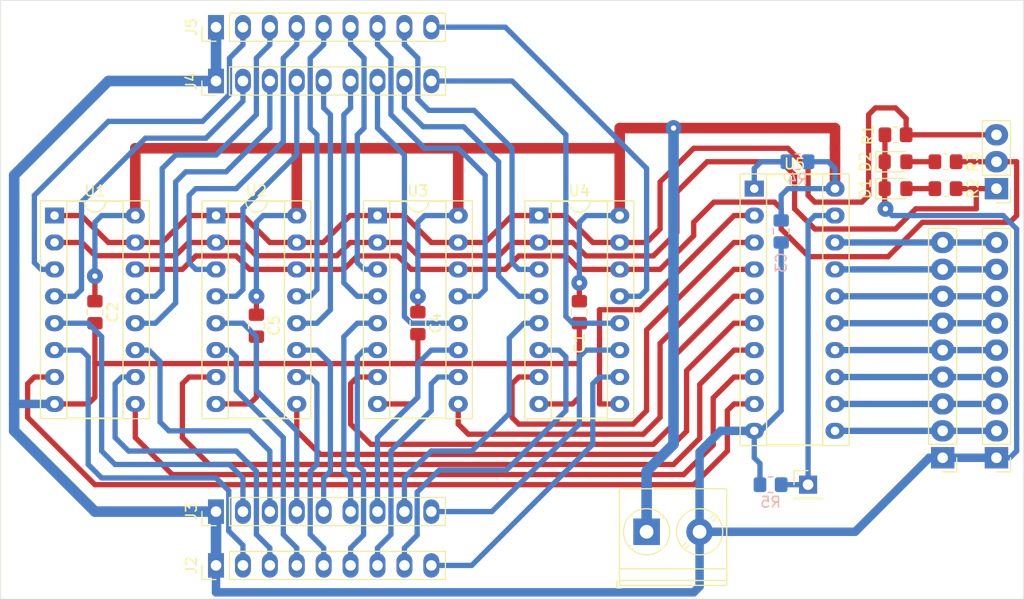
<source format=kicad_pcb>
(kicad_pcb (version 20171130) (host pcbnew "(5.1.8)-1")

  (general
    (thickness 1.6)
    (drawings 4)
    (tracks 519)
    (zones 0)
    (modules 30)
    (nets 58)
  )

  (page A4 portrait)
  (layers
    (0 F.Cu signal)
    (31 B.Cu signal)
    (32 B.Adhes user)
    (33 F.Adhes user)
    (34 B.Paste user)
    (35 F.Paste user)
    (36 B.SilkS user)
    (37 F.SilkS user)
    (38 B.Mask user)
    (39 F.Mask user)
    (40 Dwgs.User user)
    (41 Cmts.User user)
    (42 Eco1.User user)
    (43 Eco2.User user)
    (44 Edge.Cuts user)
    (45 Margin user)
    (46 B.CrtYd user)
    (47 F.CrtYd user)
    (48 B.Fab user)
    (49 F.Fab user)
  )

  (setup
    (last_trace_width 0.5)
    (user_trace_width 0.5)
    (user_trace_width 0.6)
    (user_trace_width 0.8)
    (user_trace_width 1)
    (trace_clearance 0.2)
    (zone_clearance 0.508)
    (zone_45_only no)
    (trace_min 0.5)
    (via_size 1.5)
    (via_drill 0.5)
    (via_min_size 0.4)
    (via_min_drill 0.3)
    (user_via 1.5 0.5)
    (uvia_size 0.3)
    (uvia_drill 0.1)
    (uvias_allowed no)
    (uvia_min_size 0.2)
    (uvia_min_drill 0.1)
    (edge_width 0.05)
    (segment_width 0.2)
    (pcb_text_width 0.3)
    (pcb_text_size 1.5 1.5)
    (mod_edge_width 0.12)
    (mod_text_size 1 1)
    (mod_text_width 0.15)
    (pad_size 2.5 2.5)
    (pad_drill 1.3)
    (pad_to_mask_clearance 0)
    (aux_axis_origin 0 0)
    (visible_elements 7FFFFFFF)
    (pcbplotparams
      (layerselection 0x010fc_ffffffff)
      (usegerberextensions false)
      (usegerberattributes true)
      (usegerberadvancedattributes true)
      (creategerberjobfile true)
      (excludeedgelayer true)
      (linewidth 0.100000)
      (plotframeref false)
      (viasonmask false)
      (mode 1)
      (useauxorigin false)
      (hpglpennumber 1)
      (hpglpenspeed 20)
      (hpglpendiameter 15.000000)
      (psnegative false)
      (psa4output false)
      (plotreference true)
      (plotvalue true)
      (plotinvisibletext false)
      (padsonsilk false)
      (subtractmaskfromsilk false)
      (outputformat 1)
      (mirror false)
      (drillshape 1)
      (scaleselection 1)
      (outputdirectory ""))
  )

  (net 0 "")
  (net 1 VCC)
  (net 2 GND)
  (net 3 "Net-(D1-Pad2)")
  (net 4 "Net-(D2-Pad2)")
  (net 5 /A7)
  (net 6 /A6)
  (net 7 /A5)
  (net 8 /A4)
  (net 9 /A3)
  (net 10 /A2)
  (net 11 /A1)
  (net 12 /A0)
  (net 13 /B0)
  (net 14 /B1)
  (net 15 /B2)
  (net 16 /B3)
  (net 17 /B4)
  (net 18 /B5)
  (net 19 /B6)
  (net 20 /B7)
  (net 21 /C7)
  (net 22 /C6)
  (net 23 /C5)
  (net 24 /C4)
  (net 25 /C3)
  (net 26 /C2)
  (net 27 /C1)
  (net 28 /C0)
  (net 29 /D0)
  (net 30 /D1)
  (net 31 /D2)
  (net 32 /D3)
  (net 33 /D4)
  (net 34 /D5)
  (net 35 /D6)
  (net 36 /D7)
  (net 37 /BUS7)
  (net 38 /BUS6)
  (net 39 /BUS5)
  (net 40 /BUS4)
  (net 41 /BUS3)
  (net 42 /BUS2)
  (net 43 /BUS1)
  (net 44 /BUS0)
  (net 45 /S0)
  (net 46 /S1)
  (net 47 /~E)
  (net 48 /~OE)
  (net 49 "Net-(R4-Pad1)")
  (net 50 /O0)
  (net 51 /O1)
  (net 52 /O3)
  (net 53 /O2)
  (net 54 /O4)
  (net 55 /O5)
  (net 56 /O7)
  (net 57 /O6)

  (net_class Default "This is the default net class."
    (clearance 0.2)
    (trace_width 0.5)
    (via_dia 1.5)
    (via_drill 0.5)
    (uvia_dia 0.3)
    (uvia_drill 0.1)
    (diff_pair_width 0.5)
    (diff_pair_gap 0.25)
    (add_net /A0)
    (add_net /A1)
    (add_net /A2)
    (add_net /A3)
    (add_net /A4)
    (add_net /A5)
    (add_net /A6)
    (add_net /A7)
    (add_net /B0)
    (add_net /B1)
    (add_net /B2)
    (add_net /B3)
    (add_net /B4)
    (add_net /B5)
    (add_net /B6)
    (add_net /B7)
    (add_net /BUS0)
    (add_net /BUS1)
    (add_net /BUS2)
    (add_net /BUS3)
    (add_net /BUS4)
    (add_net /BUS5)
    (add_net /BUS6)
    (add_net /BUS7)
    (add_net /C0)
    (add_net /C1)
    (add_net /C2)
    (add_net /C3)
    (add_net /C4)
    (add_net /C5)
    (add_net /C6)
    (add_net /C7)
    (add_net /D0)
    (add_net /D1)
    (add_net /D2)
    (add_net /D3)
    (add_net /D4)
    (add_net /D5)
    (add_net /D6)
    (add_net /D7)
    (add_net /O0)
    (add_net /O1)
    (add_net /O2)
    (add_net /O3)
    (add_net /O4)
    (add_net /O5)
    (add_net /O6)
    (add_net /O7)
    (add_net /S0)
    (add_net /S1)
    (add_net /~E)
    (add_net /~OE)
    (add_net GND)
    (add_net "Net-(D1-Pad2)")
    (add_net "Net-(D2-Pad2)")
    (add_net "Net-(R4-Pad1)")
    (add_net VCC)
  )

  (module Capacitor_SMD:C_0805_2012Metric_Pad1.18x1.45mm_HandSolder (layer F.Cu) (tedit 5F68FEEF) (tstamp 6480EB2D)
    (at 85.09 134.8525 270)
    (descr "Capacitor SMD 0805 (2012 Metric), square (rectangular) end terminal, IPC_7351 nominal with elongated pad for handsoldering. (Body size source: IPC-SM-782 page 76, https://www.pcb-3d.com/wordpress/wp-content/uploads/ipc-sm-782a_amendment_1_and_2.pdf, https://docs.google.com/spreadsheets/d/1BsfQQcO9C6DZCsRaXUlFlo91Tg2WpOkGARC1WS5S8t0/edit?usp=sharing), generated with kicad-footprint-generator")
    (tags "capacitor handsolder")
    (path /648734AF)
    (attr smd)
    (fp_text reference C5 (at 0 -1.68 90) (layer F.SilkS)
      (effects (font (size 1 1) (thickness 0.15)))
    )
    (fp_text value 0.1uF (at 0 1.68 90) (layer F.Fab)
      (effects (font (size 1 1) (thickness 0.15)))
    )
    (fp_text user %R (at 0 0 90) (layer F.Fab)
      (effects (font (size 0.5 0.5) (thickness 0.08)))
    )
    (fp_line (start -1 0.625) (end -1 -0.625) (layer F.Fab) (width 0.1))
    (fp_line (start -1 -0.625) (end 1 -0.625) (layer F.Fab) (width 0.1))
    (fp_line (start 1 -0.625) (end 1 0.625) (layer F.Fab) (width 0.1))
    (fp_line (start 1 0.625) (end -1 0.625) (layer F.Fab) (width 0.1))
    (fp_line (start -0.261252 -0.735) (end 0.261252 -0.735) (layer F.SilkS) (width 0.12))
    (fp_line (start -0.261252 0.735) (end 0.261252 0.735) (layer F.SilkS) (width 0.12))
    (fp_line (start -1.88 0.98) (end -1.88 -0.98) (layer F.CrtYd) (width 0.05))
    (fp_line (start -1.88 -0.98) (end 1.88 -0.98) (layer F.CrtYd) (width 0.05))
    (fp_line (start 1.88 -0.98) (end 1.88 0.98) (layer F.CrtYd) (width 0.05))
    (fp_line (start 1.88 0.98) (end -1.88 0.98) (layer F.CrtYd) (width 0.05))
    (pad 2 smd roundrect (at 1.0375 0 270) (size 1.175 1.45) (layers F.Cu F.Paste F.Mask) (roundrect_rratio 0.212766)
      (net 2 GND))
    (pad 1 smd roundrect (at -1.0375 0 270) (size 1.175 1.45) (layers F.Cu F.Paste F.Mask) (roundrect_rratio 0.212766)
      (net 1 VCC))
    (model ${KISYS3DMOD}/Capacitor_SMD.3dshapes/C_0805_2012Metric.wrl
      (at (xyz 0 0 0))
      (scale (xyz 1 1 1))
      (rotate (xyz 0 0 0))
    )
  )

  (module Capacitor_SMD:C_0805_2012Metric_Pad1.18x1.45mm_HandSolder (layer F.Cu) (tedit 5F68FEEF) (tstamp 6480EB1C)
    (at 100.33 134.62 270)
    (descr "Capacitor SMD 0805 (2012 Metric), square (rectangular) end terminal, IPC_7351 nominal with elongated pad for handsoldering. (Body size source: IPC-SM-782 page 76, https://www.pcb-3d.com/wordpress/wp-content/uploads/ipc-sm-782a_amendment_1_and_2.pdf, https://docs.google.com/spreadsheets/d/1BsfQQcO9C6DZCsRaXUlFlo91Tg2WpOkGARC1WS5S8t0/edit?usp=sharing), generated with kicad-footprint-generator")
    (tags "capacitor handsolder")
    (path /6487349D)
    (attr smd)
    (fp_text reference C4 (at 0 -1.68 90) (layer F.SilkS)
      (effects (font (size 1 1) (thickness 0.15)))
    )
    (fp_text value 0.1uF (at 0 1.68 90) (layer F.Fab)
      (effects (font (size 1 1) (thickness 0.15)))
    )
    (fp_text user %R (at 0 0 90) (layer F.Fab)
      (effects (font (size 0.5 0.5) (thickness 0.08)))
    )
    (fp_line (start -1 0.625) (end -1 -0.625) (layer F.Fab) (width 0.1))
    (fp_line (start -1 -0.625) (end 1 -0.625) (layer F.Fab) (width 0.1))
    (fp_line (start 1 -0.625) (end 1 0.625) (layer F.Fab) (width 0.1))
    (fp_line (start 1 0.625) (end -1 0.625) (layer F.Fab) (width 0.1))
    (fp_line (start -0.261252 -0.735) (end 0.261252 -0.735) (layer F.SilkS) (width 0.12))
    (fp_line (start -0.261252 0.735) (end 0.261252 0.735) (layer F.SilkS) (width 0.12))
    (fp_line (start -1.88 0.98) (end -1.88 -0.98) (layer F.CrtYd) (width 0.05))
    (fp_line (start -1.88 -0.98) (end 1.88 -0.98) (layer F.CrtYd) (width 0.05))
    (fp_line (start 1.88 -0.98) (end 1.88 0.98) (layer F.CrtYd) (width 0.05))
    (fp_line (start 1.88 0.98) (end -1.88 0.98) (layer F.CrtYd) (width 0.05))
    (pad 2 smd roundrect (at 1.0375 0 270) (size 1.175 1.45) (layers F.Cu F.Paste F.Mask) (roundrect_rratio 0.212766)
      (net 2 GND))
    (pad 1 smd roundrect (at -1.0375 0 270) (size 1.175 1.45) (layers F.Cu F.Paste F.Mask) (roundrect_rratio 0.212766)
      (net 1 VCC))
    (model ${KISYS3DMOD}/Capacitor_SMD.3dshapes/C_0805_2012Metric.wrl
      (at (xyz 0 0 0))
      (scale (xyz 1 1 1))
      (rotate (xyz 0 0 0))
    )
  )

  (module Capacitor_SMD:C_0805_2012Metric_Pad1.18x1.45mm_HandSolder (layer F.Cu) (tedit 5F68FEEF) (tstamp 6480B261)
    (at 115.57 133.582 270)
    (descr "Capacitor SMD 0805 (2012 Metric), square (rectangular) end terminal, IPC_7351 nominal with elongated pad for handsoldering. (Body size source: IPC-SM-782 page 76, https://www.pcb-3d.com/wordpress/wp-content/uploads/ipc-sm-782a_amendment_1_and_2.pdf, https://docs.google.com/spreadsheets/d/1BsfQQcO9C6DZCsRaXUlFlo91Tg2WpOkGARC1WS5S8t0/edit?usp=sharing), generated with kicad-footprint-generator")
    (tags "capacitor handsolder")
    (path /6366F825)
    (attr smd)
    (fp_text reference C1 (at 2.9425 0 90) (layer F.SilkS)
      (effects (font (size 1 1) (thickness 0.15)))
    )
    (fp_text value 0.1uF (at 0 1.68 90) (layer F.Fab)
      (effects (font (size 1 1) (thickness 0.15)))
    )
    (fp_line (start -1 0.625) (end -1 -0.625) (layer F.Fab) (width 0.1))
    (fp_line (start -1 -0.625) (end 1 -0.625) (layer F.Fab) (width 0.1))
    (fp_line (start 1 -0.625) (end 1 0.625) (layer F.Fab) (width 0.1))
    (fp_line (start 1 0.625) (end -1 0.625) (layer F.Fab) (width 0.1))
    (fp_line (start -0.261252 -0.735) (end 0.261252 -0.735) (layer F.SilkS) (width 0.12))
    (fp_line (start -0.261252 0.735) (end 0.261252 0.735) (layer F.SilkS) (width 0.12))
    (fp_line (start -1.88 0.98) (end -1.88 -0.98) (layer F.CrtYd) (width 0.05))
    (fp_line (start -1.88 -0.98) (end 1.88 -0.98) (layer F.CrtYd) (width 0.05))
    (fp_line (start 1.88 -0.98) (end 1.88 0.98) (layer F.CrtYd) (width 0.05))
    (fp_line (start 1.88 0.98) (end -1.88 0.98) (layer F.CrtYd) (width 0.05))
    (fp_text user %R (at 0 0 90) (layer F.Fab)
      (effects (font (size 0.5 0.5) (thickness 0.08)))
    )
    (pad 1 smd roundrect (at -1.0375 0 270) (size 1.175 1.45) (layers F.Cu F.Paste F.Mask) (roundrect_rratio 0.212766)
      (net 1 VCC))
    (pad 2 smd roundrect (at 1.0375 0 270) (size 1.175 1.45) (layers F.Cu F.Paste F.Mask) (roundrect_rratio 0.212766)
      (net 2 GND))
    (model ${KISYS3DMOD}/Capacitor_SMD.3dshapes/C_0805_2012Metric.wrl
      (at (xyz 0 0 0))
      (scale (xyz 1 1 1))
      (rotate (xyz 0 0 0))
    )
  )

  (module Capacitor_SMD:C_0805_2012Metric_Pad1.18x1.45mm_HandSolder (layer F.Cu) (tedit 5F68FEEF) (tstamp 6480B272)
    (at 69.85 133.5825 270)
    (descr "Capacitor SMD 0805 (2012 Metric), square (rectangular) end terminal, IPC_7351 nominal with elongated pad for handsoldering. (Body size source: IPC-SM-782 page 76, https://www.pcb-3d.com/wordpress/wp-content/uploads/ipc-sm-782a_amendment_1_and_2.pdf, https://docs.google.com/spreadsheets/d/1BsfQQcO9C6DZCsRaXUlFlo91Tg2WpOkGARC1WS5S8t0/edit?usp=sharing), generated with kicad-footprint-generator")
    (tags "capacitor handsolder")
    (path /636F284C)
    (attr smd)
    (fp_text reference C2 (at 0 -1.68 90) (layer F.SilkS)
      (effects (font (size 1 1) (thickness 0.15)))
    )
    (fp_text value 0.1uF (at 0 1.68 90) (layer F.Fab)
      (effects (font (size 1 1) (thickness 0.15)))
    )
    (fp_line (start 1.88 0.98) (end -1.88 0.98) (layer F.CrtYd) (width 0.05))
    (fp_line (start 1.88 -0.98) (end 1.88 0.98) (layer F.CrtYd) (width 0.05))
    (fp_line (start -1.88 -0.98) (end 1.88 -0.98) (layer F.CrtYd) (width 0.05))
    (fp_line (start -1.88 0.98) (end -1.88 -0.98) (layer F.CrtYd) (width 0.05))
    (fp_line (start -0.261252 0.735) (end 0.261252 0.735) (layer F.SilkS) (width 0.12))
    (fp_line (start -0.261252 -0.735) (end 0.261252 -0.735) (layer F.SilkS) (width 0.12))
    (fp_line (start 1 0.625) (end -1 0.625) (layer F.Fab) (width 0.1))
    (fp_line (start 1 -0.625) (end 1 0.625) (layer F.Fab) (width 0.1))
    (fp_line (start -1 -0.625) (end 1 -0.625) (layer F.Fab) (width 0.1))
    (fp_line (start -1 0.625) (end -1 -0.625) (layer F.Fab) (width 0.1))
    (fp_text user %R (at 0 0 90) (layer F.Fab)
      (effects (font (size 0.5 0.5) (thickness 0.08)))
    )
    (pad 2 smd roundrect (at 1.0375 0 270) (size 1.175 1.45) (layers F.Cu F.Paste F.Mask) (roundrect_rratio 0.212766)
      (net 2 GND))
    (pad 1 smd roundrect (at -1.0375 0 270) (size 1.175 1.45) (layers F.Cu F.Paste F.Mask) (roundrect_rratio 0.212766)
      (net 1 VCC))
    (model ${KISYS3DMOD}/Capacitor_SMD.3dshapes/C_0805_2012Metric.wrl
      (at (xyz 0 0 0))
      (scale (xyz 1 1 1))
      (rotate (xyz 0 0 0))
    )
  )

  (module Capacitor_SMD:C_0805_2012Metric_Pad1.18x1.45mm_HandSolder (layer B.Cu) (tedit 5F68FEEF) (tstamp 6480B283)
    (at 134.62 125.962 270)
    (descr "Capacitor SMD 0805 (2012 Metric), square (rectangular) end terminal, IPC_7351 nominal with elongated pad for handsoldering. (Body size source: IPC-SM-782 page 76, https://www.pcb-3d.com/wordpress/wp-content/uploads/ipc-sm-782a_amendment_1_and_2.pdf, https://docs.google.com/spreadsheets/d/1BsfQQcO9C6DZCsRaXUlFlo91Tg2WpOkGARC1WS5S8t0/edit?usp=sharing), generated with kicad-footprint-generator")
    (tags "capacitor handsolder")
    (path /63D6B565)
    (attr smd)
    (fp_text reference C3 (at 2.9425 0 270) (layer B.SilkS)
      (effects (font (size 1 1) (thickness 0.15)) (justify mirror))
    )
    (fp_text value 0.1uF (at 0 -1.68 270) (layer B.Fab)
      (effects (font (size 1 1) (thickness 0.15)) (justify mirror))
    )
    (fp_line (start -1 -0.625) (end -1 0.625) (layer B.Fab) (width 0.1))
    (fp_line (start -1 0.625) (end 1 0.625) (layer B.Fab) (width 0.1))
    (fp_line (start 1 0.625) (end 1 -0.625) (layer B.Fab) (width 0.1))
    (fp_line (start 1 -0.625) (end -1 -0.625) (layer B.Fab) (width 0.1))
    (fp_line (start -0.261252 0.735) (end 0.261252 0.735) (layer B.SilkS) (width 0.12))
    (fp_line (start -0.261252 -0.735) (end 0.261252 -0.735) (layer B.SilkS) (width 0.12))
    (fp_line (start -1.88 -0.98) (end -1.88 0.98) (layer B.CrtYd) (width 0.05))
    (fp_line (start -1.88 0.98) (end 1.88 0.98) (layer B.CrtYd) (width 0.05))
    (fp_line (start 1.88 0.98) (end 1.88 -0.98) (layer B.CrtYd) (width 0.05))
    (fp_line (start 1.88 -0.98) (end -1.88 -0.98) (layer B.CrtYd) (width 0.05))
    (fp_text user %R (at 0 0 270) (layer B.Fab)
      (effects (font (size 0.5 0.5) (thickness 0.08)) (justify mirror))
    )
    (pad 1 smd roundrect (at -1.0375 0 270) (size 1.175 1.45) (layers B.Cu B.Paste B.Mask) (roundrect_rratio 0.212766)
      (net 1 VCC))
    (pad 2 smd roundrect (at 1.0375 0 270) (size 1.175 1.45) (layers B.Cu B.Paste B.Mask) (roundrect_rratio 0.212766)
      (net 2 GND))
    (model ${KISYS3DMOD}/Capacitor_SMD.3dshapes/C_0805_2012Metric.wrl
      (at (xyz 0 0 0))
      (scale (xyz 1 1 1))
      (rotate (xyz 0 0 0))
    )
  )

  (module LED_SMD:LED_0805_2012Metric_Pad1.15x1.40mm_HandSolder (layer F.Cu) (tedit 5F68FEF1) (tstamp 6480B296)
    (at 145.415 121.92)
    (descr "LED SMD 0805 (2012 Metric), square (rectangular) end terminal, IPC_7351 nominal, (Body size source: https://docs.google.com/spreadsheets/d/1BsfQQcO9C6DZCsRaXUlFlo91Tg2WpOkGARC1WS5S8t0/edit?usp=sharing), generated with kicad-footprint-generator")
    (tags "LED handsolder")
    (path /6342D88F)
    (attr smd)
    (fp_text reference D1 (at -2.8575 0 90) (layer F.SilkS)
      (effects (font (size 1 1) (thickness 0.15)))
    )
    (fp_text value LED (at 0 1.65) (layer F.Fab)
      (effects (font (size 1 1) (thickness 0.15)))
    )
    (fp_line (start 1.85 0.95) (end -1.85 0.95) (layer F.CrtYd) (width 0.05))
    (fp_line (start 1.85 -0.95) (end 1.85 0.95) (layer F.CrtYd) (width 0.05))
    (fp_line (start -1.85 -0.95) (end 1.85 -0.95) (layer F.CrtYd) (width 0.05))
    (fp_line (start -1.85 0.95) (end -1.85 -0.95) (layer F.CrtYd) (width 0.05))
    (fp_line (start -1.86 0.96) (end 1 0.96) (layer F.SilkS) (width 0.12))
    (fp_line (start -1.86 -0.96) (end -1.86 0.96) (layer F.SilkS) (width 0.12))
    (fp_line (start 1 -0.96) (end -1.86 -0.96) (layer F.SilkS) (width 0.12))
    (fp_line (start 1 0.6) (end 1 -0.6) (layer F.Fab) (width 0.1))
    (fp_line (start -1 0.6) (end 1 0.6) (layer F.Fab) (width 0.1))
    (fp_line (start -1 -0.3) (end -1 0.6) (layer F.Fab) (width 0.1))
    (fp_line (start -0.7 -0.6) (end -1 -0.3) (layer F.Fab) (width 0.1))
    (fp_line (start 1 -0.6) (end -0.7 -0.6) (layer F.Fab) (width 0.1))
    (fp_text user %R (at 0 0) (layer F.Fab)
      (effects (font (size 0.5 0.5) (thickness 0.08)))
    )
    (pad 2 smd roundrect (at 1.025 0) (size 1.15 1.4) (layers F.Cu F.Paste F.Mask) (roundrect_rratio 0.217391)
      (net 3 "Net-(D1-Pad2)"))
    (pad 1 smd roundrect (at -1.025 0) (size 1.15 1.4) (layers F.Cu F.Paste F.Mask) (roundrect_rratio 0.217391)
      (net 2 GND))
    (model ${KISYS3DMOD}/LED_SMD.3dshapes/LED_0805_2012Metric.wrl
      (at (xyz 0 0 0))
      (scale (xyz 1 1 1))
      (rotate (xyz 0 0 0))
    )
  )

  (module LED_SMD:LED_0805_2012Metric_Pad1.15x1.40mm_HandSolder (layer F.Cu) (tedit 5F68FEF1) (tstamp 6480B2A9)
    (at 145.415 119.38)
    (descr "LED SMD 0805 (2012 Metric), square (rectangular) end terminal, IPC_7351 nominal, (Body size source: https://docs.google.com/spreadsheets/d/1BsfQQcO9C6DZCsRaXUlFlo91Tg2WpOkGARC1WS5S8t0/edit?usp=sharing), generated with kicad-footprint-generator")
    (tags "LED handsolder")
    (path /63439458)
    (attr smd)
    (fp_text reference D2 (at -2.8575 0 90) (layer F.SilkS)
      (effects (font (size 1 1) (thickness 0.15)))
    )
    (fp_text value LED (at 0 1.65) (layer F.Fab)
      (effects (font (size 1 1) (thickness 0.15)))
    )
    (fp_line (start 1 -0.6) (end -0.7 -0.6) (layer F.Fab) (width 0.1))
    (fp_line (start -0.7 -0.6) (end -1 -0.3) (layer F.Fab) (width 0.1))
    (fp_line (start -1 -0.3) (end -1 0.6) (layer F.Fab) (width 0.1))
    (fp_line (start -1 0.6) (end 1 0.6) (layer F.Fab) (width 0.1))
    (fp_line (start 1 0.6) (end 1 -0.6) (layer F.Fab) (width 0.1))
    (fp_line (start 1 -0.96) (end -1.86 -0.96) (layer F.SilkS) (width 0.12))
    (fp_line (start -1.86 -0.96) (end -1.86 0.96) (layer F.SilkS) (width 0.12))
    (fp_line (start -1.86 0.96) (end 1 0.96) (layer F.SilkS) (width 0.12))
    (fp_line (start -1.85 0.95) (end -1.85 -0.95) (layer F.CrtYd) (width 0.05))
    (fp_line (start -1.85 -0.95) (end 1.85 -0.95) (layer F.CrtYd) (width 0.05))
    (fp_line (start 1.85 -0.95) (end 1.85 0.95) (layer F.CrtYd) (width 0.05))
    (fp_line (start 1.85 0.95) (end -1.85 0.95) (layer F.CrtYd) (width 0.05))
    (fp_text user %R (at 0 0) (layer F.Fab)
      (effects (font (size 0.5 0.5) (thickness 0.08)))
    )
    (pad 1 smd roundrect (at -1.025 0) (size 1.15 1.4) (layers F.Cu F.Paste F.Mask) (roundrect_rratio 0.217391)
      (net 2 GND))
    (pad 2 smd roundrect (at 1.025 0) (size 1.15 1.4) (layers F.Cu F.Paste F.Mask) (roundrect_rratio 0.217391)
      (net 4 "Net-(D2-Pad2)"))
    (model ${KISYS3DMOD}/LED_SMD.3dshapes/LED_0805_2012Metric.wrl
      (at (xyz 0 0 0))
      (scale (xyz 1 1 1))
      (rotate (xyz 0 0 0))
    )
  )

  (module MountingHole:MountingHole_3.2mm_M3 (layer F.Cu) (tedit 56D1B4CB) (tstamp 6480B2B1)
    (at 66.04 109.22)
    (descr "Mounting Hole 3.2mm, no annular, M3")
    (tags "mounting hole 3.2mm no annular m3")
    (path /62E202A1)
    (attr virtual)
    (fp_text reference H1 (at 0 -4.2) (layer F.SilkS) hide
      (effects (font (size 1 1) (thickness 0.15)))
    )
    (fp_text value MountingHole (at 0 4.2) (layer F.Fab)
      (effects (font (size 1 1) (thickness 0.15)))
    )
    (fp_circle (center 0 0) (end 3.2 0) (layer Cmts.User) (width 0.15))
    (fp_circle (center 0 0) (end 3.45 0) (layer F.CrtYd) (width 0.05))
    (fp_text user %R (at 0.3 0) (layer F.Fab)
      (effects (font (size 1 1) (thickness 0.15)))
    )
    (pad 1 np_thru_hole circle (at 0 0) (size 3.2 3.2) (drill 3.2) (layers *.Cu *.Mask))
  )

  (module MountingHole:MountingHole_3.2mm_M3 (layer F.Cu) (tedit 56D1B4CB) (tstamp 6480B2B9)
    (at 152.4 109.22)
    (descr "Mounting Hole 3.2mm, no annular, M3")
    (tags "mounting hole 3.2mm no annular m3")
    (path /62E20901)
    (attr virtual)
    (fp_text reference H2 (at 0 -4.2) (layer F.SilkS) hide
      (effects (font (size 1 1) (thickness 0.15)))
    )
    (fp_text value MountingHole (at 0 4.2) (layer F.Fab)
      (effects (font (size 1 1) (thickness 0.15)))
    )
    (fp_circle (center 0 0) (end 3.45 0) (layer F.CrtYd) (width 0.05))
    (fp_circle (center 0 0) (end 3.2 0) (layer Cmts.User) (width 0.15))
    (fp_text user %R (at 0.3 0) (layer F.Fab)
      (effects (font (size 1 1) (thickness 0.15)))
    )
    (pad 1 np_thru_hole circle (at 0 0) (size 3.2 3.2) (drill 3.2) (layers *.Cu *.Mask))
  )

  (module MountingHole:MountingHole_3.2mm_M3 (layer F.Cu) (tedit 56D1B4CB) (tstamp 6480B2C1)
    (at 66.04 155.575)
    (descr "Mounting Hole 3.2mm, no annular, M3")
    (tags "mounting hole 3.2mm no annular m3")
    (path /63D532DF)
    (attr virtual)
    (fp_text reference H3 (at 0 -4.2) (layer F.SilkS) hide
      (effects (font (size 1 1) (thickness 0.15)))
    )
    (fp_text value MountingHole (at 0 4.2) (layer F.Fab)
      (effects (font (size 1 1) (thickness 0.15)))
    )
    (fp_circle (center 0 0) (end 3.2 0) (layer Cmts.User) (width 0.15))
    (fp_circle (center 0 0) (end 3.45 0) (layer F.CrtYd) (width 0.05))
    (fp_text user %R (at 0.3 0) (layer F.Fab)
      (effects (font (size 1 1) (thickness 0.15)))
    )
    (pad 1 np_thru_hole circle (at 0 0) (size 3.2 3.2) (drill 3.2) (layers *.Cu *.Mask))
  )

  (module MountingHole:MountingHole_3.2mm_M3 (layer F.Cu) (tedit 56D1B4CB) (tstamp 6480B2C9)
    (at 152.4 155.575)
    (descr "Mounting Hole 3.2mm, no annular, M3")
    (tags "mounting hole 3.2mm no annular m3")
    (path /63D8F403)
    (attr virtual)
    (fp_text reference H4 (at 0 -4.2) (layer F.SilkS) hide
      (effects (font (size 1 1) (thickness 0.15)))
    )
    (fp_text value MountingHole (at 0 4.2) (layer F.Fab)
      (effects (font (size 1 1) (thickness 0.15)))
    )
    (fp_circle (center 0 0) (end 3.45 0) (layer F.CrtYd) (width 0.05))
    (fp_circle (center 0 0) (end 3.2 0) (layer Cmts.User) (width 0.15))
    (fp_text user %R (at 0.3 0) (layer F.Fab)
      (effects (font (size 1 1) (thickness 0.15)))
    )
    (pad 1 np_thru_hole circle (at 0 0) (size 3.2 3.2) (drill 3.2) (layers *.Cu *.Mask))
  )

  (module TerminalBlock_Phoenix:TerminalBlock_Phoenix_PT-1,5-2-5.0-H_1x02_P5.00mm_Horizontal (layer F.Cu) (tedit 6480A812) (tstamp 6480B2F3)
    (at 121.92 154.305)
    (descr "Terminal Block Phoenix PT-1,5-2-5.0-H, 2 pins, pitch 5mm, size 10x9mm^2, drill diamater 1.3mm, pad diameter 2.6mm, see http://www.mouser.com/ds/2/324/ItemDetail_1935161-922578.pdf, script-generated using https://github.com/pointhi/kicad-footprint-generator/scripts/TerminalBlock_Phoenix")
    (tags "THT Terminal Block Phoenix PT-1,5-2-5.0-H pitch 5mm size 10x9mm^2 drill 1.3mm pad 2.6mm")
    (path /62E1EF2D)
    (fp_text reference J1 (at 2.5 -5.06) (layer F.SilkS) hide
      (effects (font (size 1 1) (thickness 0.15)))
    )
    (fp_text value Screw_Terminal_01x02 (at 2.54 3.175) (layer F.Fab)
      (effects (font (size 1 1) (thickness 0.15)))
    )
    (fp_circle (center 0 0) (end 2 0) (layer F.Fab) (width 0.1))
    (fp_circle (center 0 0) (end 2.18 0) (layer F.SilkS) (width 0.12))
    (fp_circle (center 5 0) (end 7 0) (layer F.Fab) (width 0.1))
    (fp_circle (center 5 0) (end 7.18 0) (layer F.SilkS) (width 0.12))
    (fp_line (start -2.5 -4) (end 7.5 -4) (layer F.Fab) (width 0.1))
    (fp_line (start 7.5 -4) (end 7.5 5) (layer F.Fab) (width 0.1))
    (fp_line (start 7.5 5) (end -2.1 5) (layer F.Fab) (width 0.1))
    (fp_line (start -2.1 5) (end -2.5 4.6) (layer F.Fab) (width 0.1))
    (fp_line (start -2.5 4.6) (end -2.5 -4) (layer F.Fab) (width 0.1))
    (fp_line (start -2.5 4.6) (end 7.5 4.6) (layer F.Fab) (width 0.1))
    (fp_line (start -2.56 4.6) (end 7.56 4.6) (layer F.SilkS) (width 0.12))
    (fp_line (start -2.5 3.5) (end 7.5 3.5) (layer F.Fab) (width 0.1))
    (fp_line (start -2.56 3.5) (end 7.56 3.5) (layer F.SilkS) (width 0.12))
    (fp_line (start -2.56 -4.06) (end 7.56 -4.06) (layer F.SilkS) (width 0.12))
    (fp_line (start -2.56 5.06) (end 7.56 5.06) (layer F.SilkS) (width 0.12))
    (fp_line (start -2.56 -4.06) (end -2.56 5.06) (layer F.SilkS) (width 0.12))
    (fp_line (start 7.56 -4.06) (end 7.56 5.06) (layer F.SilkS) (width 0.12))
    (fp_line (start 1.517 -1.273) (end -1.273 1.517) (layer F.Fab) (width 0.1))
    (fp_line (start 1.273 -1.517) (end -1.517 1.273) (layer F.Fab) (width 0.1))
    (fp_line (start 1.654 -1.388) (end 1.547 -1.281) (layer F.SilkS) (width 0.12))
    (fp_line (start -1.282 1.547) (end -1.388 1.654) (layer F.SilkS) (width 0.12))
    (fp_line (start 1.388 -1.654) (end 1.281 -1.547) (layer F.SilkS) (width 0.12))
    (fp_line (start -1.548 1.281) (end -1.654 1.388) (layer F.SilkS) (width 0.12))
    (fp_line (start 6.517 -1.273) (end 3.728 1.517) (layer F.Fab) (width 0.1))
    (fp_line (start 6.273 -1.517) (end 3.484 1.273) (layer F.Fab) (width 0.1))
    (fp_line (start 6.654 -1.388) (end 6.259 -0.992) (layer F.SilkS) (width 0.12))
    (fp_line (start 3.993 1.274) (end 3.613 1.654) (layer F.SilkS) (width 0.12))
    (fp_line (start 6.388 -1.654) (end 6.008 -1.274) (layer F.SilkS) (width 0.12))
    (fp_line (start 3.742 0.992) (end 3.347 1.388) (layer F.SilkS) (width 0.12))
    (fp_line (start -2.8 4.66) (end -2.8 5.3) (layer F.SilkS) (width 0.12))
    (fp_line (start -2.8 5.3) (end -2.4 5.3) (layer F.SilkS) (width 0.12))
    (fp_line (start -3 -4.5) (end -3 5.5) (layer F.CrtYd) (width 0.05))
    (fp_line (start -3 5.5) (end 8 5.5) (layer F.CrtYd) (width 0.05))
    (fp_line (start 8 5.5) (end 8 -4.5) (layer F.CrtYd) (width 0.05))
    (fp_line (start 8 -4.5) (end -3 -4.5) (layer F.CrtYd) (width 0.05))
    (fp_text user %R (at 2.5 2.9) (layer F.Fab)
      (effects (font (size 1 1) (thickness 0.15)))
    )
    (pad 1 thru_hole rect (at 0 0) (size 2.5 2.5) (drill 1.3) (layers *.Cu *.Mask)
      (net 1 VCC))
    (pad 2 thru_hole oval (at 5 0) (size 2.5 2.5) (drill 1.3) (layers *.Cu *.Mask)
      (net 2 GND))
    (model ${KISYS3DMOD}/TerminalBlock_Phoenix.3dshapes/TerminalBlock_Phoenix_PT-1,5-2-5.0-H_1x02_P5.00mm_Horizontal.wrl
      (at (xyz 0 0 0))
      (scale (xyz 1 1 1))
      (rotate (xyz 0 0 0))
    )
  )

  (module Connector_PinHeader_2.54mm:PinHeader_1x09_P2.54mm_Vertical (layer F.Cu) (tedit 59FED5CC) (tstamp 6480B310)
    (at 81.28 157.48 90)
    (descr "Through hole straight pin header, 1x09, 2.54mm pitch, single row")
    (tags "Through hole pin header THT 1x09 2.54mm single row")
    (path /62E15B39)
    (fp_text reference J2 (at 0 -2.33 90) (layer F.SilkS)
      (effects (font (size 1 1) (thickness 0.15)))
    )
    (fp_text value Conn_01x09_Male (at 2.54 10.16 180) (layer F.Fab)
      (effects (font (size 1 1) (thickness 0.15)))
    )
    (fp_line (start 1.8 -1.8) (end -1.8 -1.8) (layer F.CrtYd) (width 0.05))
    (fp_line (start 1.8 22.1) (end 1.8 -1.8) (layer F.CrtYd) (width 0.05))
    (fp_line (start -1.8 22.1) (end 1.8 22.1) (layer F.CrtYd) (width 0.05))
    (fp_line (start -1.8 -1.8) (end -1.8 22.1) (layer F.CrtYd) (width 0.05))
    (fp_line (start -1.33 -1.33) (end 0 -1.33) (layer F.SilkS) (width 0.12))
    (fp_line (start -1.33 0) (end -1.33 -1.33) (layer F.SilkS) (width 0.12))
    (fp_line (start -1.33 1.27) (end 1.33 1.27) (layer F.SilkS) (width 0.12))
    (fp_line (start 1.33 1.27) (end 1.33 21.65) (layer F.SilkS) (width 0.12))
    (fp_line (start -1.33 1.27) (end -1.33 21.65) (layer F.SilkS) (width 0.12))
    (fp_line (start -1.33 21.65) (end 1.33 21.65) (layer F.SilkS) (width 0.12))
    (fp_line (start -1.27 -0.635) (end -0.635 -1.27) (layer F.Fab) (width 0.1))
    (fp_line (start -1.27 21.59) (end -1.27 -0.635) (layer F.Fab) (width 0.1))
    (fp_line (start 1.27 21.59) (end -1.27 21.59) (layer F.Fab) (width 0.1))
    (fp_line (start 1.27 -1.27) (end 1.27 21.59) (layer F.Fab) (width 0.1))
    (fp_line (start -0.635 -1.27) (end 1.27 -1.27) (layer F.Fab) (width 0.1))
    (fp_text user %R (at 0 10.16) (layer F.Fab)
      (effects (font (size 1 1) (thickness 0.15)))
    )
    (pad 9 thru_hole oval (at 0 20.32 90) (size 2.3 1.5) (drill 1) (layers *.Cu *.Mask)
      (net 5 /A7))
    (pad 8 thru_hole oval (at 0 17.78 90) (size 2.3 1.5) (drill 1) (layers *.Cu *.Mask)
      (net 6 /A6))
    (pad 7 thru_hole oval (at 0 15.24 90) (size 2.3 1.5) (drill 1) (layers *.Cu *.Mask)
      (net 7 /A5))
    (pad 6 thru_hole oval (at 0 12.7 90) (size 2.3 1.5) (drill 1) (layers *.Cu *.Mask)
      (net 8 /A4))
    (pad 5 thru_hole oval (at 0 10.16 90) (size 2.3 1.5) (drill 1) (layers *.Cu *.Mask)
      (net 9 /A3))
    (pad 4 thru_hole oval (at 0 7.62 90) (size 2.3 1.5) (drill 1) (layers *.Cu *.Mask)
      (net 10 /A2))
    (pad 3 thru_hole oval (at 0 5.08 90) (size 2.3 1.5) (drill 1) (layers *.Cu *.Mask)
      (net 11 /A1))
    (pad 2 thru_hole oval (at 0 2.54 90) (size 2.3 1.5) (drill 1) (layers *.Cu *.Mask)
      (net 12 /A0))
    (pad 1 thru_hole rect (at 0 0 90) (size 2.3 1.5) (drill 1) (layers *.Cu *.Mask)
      (net 2 GND))
    (model ${KISYS3DMOD}/Connector_PinHeader_2.54mm.3dshapes/PinHeader_1x09_P2.54mm_Vertical.wrl
      (at (xyz 0 0 0))
      (scale (xyz 1 1 1))
      (rotate (xyz 0 0 0))
    )
  )

  (module Connector_PinHeader_2.54mm:PinHeader_1x09_P2.54mm_Vertical (layer F.Cu) (tedit 59FED5CC) (tstamp 6480B32D)
    (at 81.28 152.4 90)
    (descr "Through hole straight pin header, 1x09, 2.54mm pitch, single row")
    (tags "Through hole pin header THT 1x09 2.54mm single row")
    (path /62E1692B)
    (fp_text reference J3 (at 0 -2.33 90) (layer F.SilkS)
      (effects (font (size 1 1) (thickness 0.15)))
    )
    (fp_text value Conn_01x09_Male (at 2.54 10.16 180) (layer F.Fab)
      (effects (font (size 1 1) (thickness 0.15)))
    )
    (fp_line (start -0.635 -1.27) (end 1.27 -1.27) (layer F.Fab) (width 0.1))
    (fp_line (start 1.27 -1.27) (end 1.27 21.59) (layer F.Fab) (width 0.1))
    (fp_line (start 1.27 21.59) (end -1.27 21.59) (layer F.Fab) (width 0.1))
    (fp_line (start -1.27 21.59) (end -1.27 -0.635) (layer F.Fab) (width 0.1))
    (fp_line (start -1.27 -0.635) (end -0.635 -1.27) (layer F.Fab) (width 0.1))
    (fp_line (start -1.33 21.65) (end 1.33 21.65) (layer F.SilkS) (width 0.12))
    (fp_line (start -1.33 1.27) (end -1.33 21.65) (layer F.SilkS) (width 0.12))
    (fp_line (start 1.33 1.27) (end 1.33 21.65) (layer F.SilkS) (width 0.12))
    (fp_line (start -1.33 1.27) (end 1.33 1.27) (layer F.SilkS) (width 0.12))
    (fp_line (start -1.33 0) (end -1.33 -1.33) (layer F.SilkS) (width 0.12))
    (fp_line (start -1.33 -1.33) (end 0 -1.33) (layer F.SilkS) (width 0.12))
    (fp_line (start -1.8 -1.8) (end -1.8 22.1) (layer F.CrtYd) (width 0.05))
    (fp_line (start -1.8 22.1) (end 1.8 22.1) (layer F.CrtYd) (width 0.05))
    (fp_line (start 1.8 22.1) (end 1.8 -1.8) (layer F.CrtYd) (width 0.05))
    (fp_line (start 1.8 -1.8) (end -1.8 -1.8) (layer F.CrtYd) (width 0.05))
    (fp_text user %R (at 0 10.16) (layer F.Fab)
      (effects (font (size 1 1) (thickness 0.15)))
    )
    (pad 1 thru_hole rect (at 0 0 90) (size 2.3 1.5) (drill 1) (layers *.Cu *.Mask)
      (net 2 GND))
    (pad 2 thru_hole oval (at 0 2.54 90) (size 2.3 1.5) (drill 1) (layers *.Cu *.Mask)
      (net 13 /B0))
    (pad 3 thru_hole oval (at 0 5.08 90) (size 2.3 1.5) (drill 1) (layers *.Cu *.Mask)
      (net 14 /B1))
    (pad 4 thru_hole oval (at 0 7.62 90) (size 2.3 1.5) (drill 1) (layers *.Cu *.Mask)
      (net 15 /B2))
    (pad 5 thru_hole oval (at 0 10.16 90) (size 2.3 1.5) (drill 1) (layers *.Cu *.Mask)
      (net 16 /B3))
    (pad 6 thru_hole oval (at 0 12.7 90) (size 2.3 1.5) (drill 1) (layers *.Cu *.Mask)
      (net 17 /B4))
    (pad 7 thru_hole oval (at 0 15.24 90) (size 2.3 1.5) (drill 1) (layers *.Cu *.Mask)
      (net 18 /B5))
    (pad 8 thru_hole oval (at 0 17.78 90) (size 2.3 1.5) (drill 1) (layers *.Cu *.Mask)
      (net 19 /B6))
    (pad 9 thru_hole oval (at 0 20.32 90) (size 2.3 1.5) (drill 1) (layers *.Cu *.Mask)
      (net 20 /B7))
    (model ${KISYS3DMOD}/Connector_PinHeader_2.54mm.3dshapes/PinHeader_1x09_P2.54mm_Vertical.wrl
      (at (xyz 0 0 0))
      (scale (xyz 1 1 1))
      (rotate (xyz 0 0 0))
    )
  )

  (module Connector_PinHeader_2.54mm:PinHeader_1x09_P2.54mm_Vertical (layer F.Cu) (tedit 59FED5CC) (tstamp 6480B34A)
    (at 81.28 111.76 90)
    (descr "Through hole straight pin header, 1x09, 2.54mm pitch, single row")
    (tags "Through hole pin header THT 1x09 2.54mm single row")
    (path /62E17332)
    (fp_text reference J4 (at 0 -2.33 90) (layer F.SilkS)
      (effects (font (size 1 1) (thickness 0.15)))
    )
    (fp_text value Conn_01x09_Male (at -2.54 10.16 180) (layer F.Fab)
      (effects (font (size 1 1) (thickness 0.15)))
    )
    (fp_line (start 1.8 -1.8) (end -1.8 -1.8) (layer F.CrtYd) (width 0.05))
    (fp_line (start 1.8 22.1) (end 1.8 -1.8) (layer F.CrtYd) (width 0.05))
    (fp_line (start -1.8 22.1) (end 1.8 22.1) (layer F.CrtYd) (width 0.05))
    (fp_line (start -1.8 -1.8) (end -1.8 22.1) (layer F.CrtYd) (width 0.05))
    (fp_line (start -1.33 -1.33) (end 0 -1.33) (layer F.SilkS) (width 0.12))
    (fp_line (start -1.33 0) (end -1.33 -1.33) (layer F.SilkS) (width 0.12))
    (fp_line (start -1.33 1.27) (end 1.33 1.27) (layer F.SilkS) (width 0.12))
    (fp_line (start 1.33 1.27) (end 1.33 21.65) (layer F.SilkS) (width 0.12))
    (fp_line (start -1.33 1.27) (end -1.33 21.65) (layer F.SilkS) (width 0.12))
    (fp_line (start -1.33 21.65) (end 1.33 21.65) (layer F.SilkS) (width 0.12))
    (fp_line (start -1.27 -0.635) (end -0.635 -1.27) (layer F.Fab) (width 0.1))
    (fp_line (start -1.27 21.59) (end -1.27 -0.635) (layer F.Fab) (width 0.1))
    (fp_line (start 1.27 21.59) (end -1.27 21.59) (layer F.Fab) (width 0.1))
    (fp_line (start 1.27 -1.27) (end 1.27 21.59) (layer F.Fab) (width 0.1))
    (fp_line (start -0.635 -1.27) (end 1.27 -1.27) (layer F.Fab) (width 0.1))
    (fp_text user %R (at 0 10.16) (layer F.Fab)
      (effects (font (size 1 1) (thickness 0.15)))
    )
    (pad 9 thru_hole oval (at 0 20.32 90) (size 2.3 1.5) (drill 1) (layers *.Cu *.Mask)
      (net 21 /C7))
    (pad 8 thru_hole oval (at 0 17.78 90) (size 2.3 1.5) (drill 1) (layers *.Cu *.Mask)
      (net 22 /C6))
    (pad 7 thru_hole oval (at 0 15.24 90) (size 2.3 1.5) (drill 1) (layers *.Cu *.Mask)
      (net 23 /C5))
    (pad 6 thru_hole oval (at 0 12.7 90) (size 2.3 1.5) (drill 1) (layers *.Cu *.Mask)
      (net 24 /C4))
    (pad 5 thru_hole oval (at 0 10.16 90) (size 2.3 1.5) (drill 1) (layers *.Cu *.Mask)
      (net 25 /C3))
    (pad 4 thru_hole oval (at 0 7.62 90) (size 2.3 1.5) (drill 1) (layers *.Cu *.Mask)
      (net 26 /C2))
    (pad 3 thru_hole oval (at 0 5.08 90) (size 2.3 1.5) (drill 1) (layers *.Cu *.Mask)
      (net 27 /C1))
    (pad 2 thru_hole oval (at 0 2.54 90) (size 2.3 1.5) (drill 1) (layers *.Cu *.Mask)
      (net 28 /C0))
    (pad 1 thru_hole rect (at 0 0 90) (size 2.3 1.5) (drill 1) (layers *.Cu *.Mask)
      (net 2 GND))
    (model ${KISYS3DMOD}/Connector_PinHeader_2.54mm.3dshapes/PinHeader_1x09_P2.54mm_Vertical.wrl
      (at (xyz 0 0 0))
      (scale (xyz 1 1 1))
      (rotate (xyz 0 0 0))
    )
  )

  (module Connector_PinHeader_2.54mm:PinHeader_1x09_P2.54mm_Vertical (layer F.Cu) (tedit 59FED5CC) (tstamp 6480B367)
    (at 81.28 106.68 90)
    (descr "Through hole straight pin header, 1x09, 2.54mm pitch, single row")
    (tags "Through hole pin header THT 1x09 2.54mm single row")
    (path /62E180B6)
    (fp_text reference J5 (at 0 -2.33 90) (layer F.SilkS)
      (effects (font (size 1 1) (thickness 0.15)))
    )
    (fp_text value Conn_01x09_Male (at -2.54 10.16 180) (layer F.Fab)
      (effects (font (size 1 1) (thickness 0.15)))
    )
    (fp_line (start -0.635 -1.27) (end 1.27 -1.27) (layer F.Fab) (width 0.1))
    (fp_line (start 1.27 -1.27) (end 1.27 21.59) (layer F.Fab) (width 0.1))
    (fp_line (start 1.27 21.59) (end -1.27 21.59) (layer F.Fab) (width 0.1))
    (fp_line (start -1.27 21.59) (end -1.27 -0.635) (layer F.Fab) (width 0.1))
    (fp_line (start -1.27 -0.635) (end -0.635 -1.27) (layer F.Fab) (width 0.1))
    (fp_line (start -1.33 21.65) (end 1.33 21.65) (layer F.SilkS) (width 0.12))
    (fp_line (start -1.33 1.27) (end -1.33 21.65) (layer F.SilkS) (width 0.12))
    (fp_line (start 1.33 1.27) (end 1.33 21.65) (layer F.SilkS) (width 0.12))
    (fp_line (start -1.33 1.27) (end 1.33 1.27) (layer F.SilkS) (width 0.12))
    (fp_line (start -1.33 0) (end -1.33 -1.33) (layer F.SilkS) (width 0.12))
    (fp_line (start -1.33 -1.33) (end 0 -1.33) (layer F.SilkS) (width 0.12))
    (fp_line (start -1.8 -1.8) (end -1.8 22.1) (layer F.CrtYd) (width 0.05))
    (fp_line (start -1.8 22.1) (end 1.8 22.1) (layer F.CrtYd) (width 0.05))
    (fp_line (start 1.8 22.1) (end 1.8 -1.8) (layer F.CrtYd) (width 0.05))
    (fp_line (start 1.8 -1.8) (end -1.8 -1.8) (layer F.CrtYd) (width 0.05))
    (fp_text user %R (at 0 10.16) (layer F.Fab)
      (effects (font (size 1 1) (thickness 0.15)))
    )
    (pad 1 thru_hole rect (at 0 0 90) (size 2.3 1.5) (drill 1) (layers *.Cu *.Mask)
      (net 2 GND))
    (pad 2 thru_hole oval (at 0 2.54 90) (size 2.3 1.5) (drill 1) (layers *.Cu *.Mask)
      (net 29 /D0))
    (pad 3 thru_hole oval (at 0 5.08 90) (size 2.3 1.5) (drill 1) (layers *.Cu *.Mask)
      (net 30 /D1))
    (pad 4 thru_hole oval (at 0 7.62 90) (size 2.3 1.5) (drill 1) (layers *.Cu *.Mask)
      (net 31 /D2))
    (pad 5 thru_hole oval (at 0 10.16 90) (size 2.3 1.5) (drill 1) (layers *.Cu *.Mask)
      (net 32 /D3))
    (pad 6 thru_hole oval (at 0 12.7 90) (size 2.3 1.5) (drill 1) (layers *.Cu *.Mask)
      (net 33 /D4))
    (pad 7 thru_hole oval (at 0 15.24 90) (size 2.3 1.5) (drill 1) (layers *.Cu *.Mask)
      (net 34 /D5))
    (pad 8 thru_hole oval (at 0 17.78 90) (size 2.3 1.5) (drill 1) (layers *.Cu *.Mask)
      (net 35 /D6))
    (pad 9 thru_hole oval (at 0 20.32 90) (size 2.3 1.5) (drill 1) (layers *.Cu *.Mask)
      (net 36 /D7))
    (model ${KISYS3DMOD}/Connector_PinHeader_2.54mm.3dshapes/PinHeader_1x09_P2.54mm_Vertical.wrl
      (at (xyz 0 0 0))
      (scale (xyz 1 1 1))
      (rotate (xyz 0 0 0))
    )
  )

  (module Connector_PinHeader_2.54mm:PinHeader_1x09_P2.54mm_Vertical (layer F.Cu) (tedit 59FED5CC) (tstamp 6480B384)
    (at 149.86 147.32 180)
    (descr "Through hole straight pin header, 1x09, 2.54mm pitch, single row")
    (tags "Through hole pin header THT 1x09 2.54mm single row")
    (path /62E19730)
    (fp_text reference J6 (at 0 -2.33) (layer F.SilkS) hide
      (effects (font (size 1 1) (thickness 0.15)))
    )
    (fp_text value Conn_01x09_Male (at 2.54 10.16 90) (layer F.Fab)
      (effects (font (size 1 1) (thickness 0.15)))
    )
    (fp_line (start 1.8 -1.8) (end -1.8 -1.8) (layer F.CrtYd) (width 0.05))
    (fp_line (start 1.8 22.1) (end 1.8 -1.8) (layer F.CrtYd) (width 0.05))
    (fp_line (start -1.8 22.1) (end 1.8 22.1) (layer F.CrtYd) (width 0.05))
    (fp_line (start -1.8 -1.8) (end -1.8 22.1) (layer F.CrtYd) (width 0.05))
    (fp_line (start -1.33 -1.33) (end 0 -1.33) (layer F.SilkS) (width 0.12))
    (fp_line (start -1.33 0) (end -1.33 -1.33) (layer F.SilkS) (width 0.12))
    (fp_line (start -1.33 1.27) (end 1.33 1.27) (layer F.SilkS) (width 0.12))
    (fp_line (start 1.33 1.27) (end 1.33 21.65) (layer F.SilkS) (width 0.12))
    (fp_line (start -1.33 1.27) (end -1.33 21.65) (layer F.SilkS) (width 0.12))
    (fp_line (start -1.33 21.65) (end 1.33 21.65) (layer F.SilkS) (width 0.12))
    (fp_line (start -1.27 -0.635) (end -0.635 -1.27) (layer F.Fab) (width 0.1))
    (fp_line (start -1.27 21.59) (end -1.27 -0.635) (layer F.Fab) (width 0.1))
    (fp_line (start 1.27 21.59) (end -1.27 21.59) (layer F.Fab) (width 0.1))
    (fp_line (start 1.27 -1.27) (end 1.27 21.59) (layer F.Fab) (width 0.1))
    (fp_line (start -0.635 -1.27) (end 1.27 -1.27) (layer F.Fab) (width 0.1))
    (fp_text user %R (at 0 10.16 90) (layer F.Fab)
      (effects (font (size 1 1) (thickness 0.15)))
    )
    (pad 9 thru_hole oval (at 0 20.32 180) (size 2.2 2) (drill 1) (layers *.Cu *.Mask)
      (net 37 /BUS7))
    (pad 8 thru_hole oval (at 0 17.78 180) (size 2.2 2) (drill 1) (layers *.Cu *.Mask)
      (net 38 /BUS6))
    (pad 7 thru_hole oval (at 0 15.24 180) (size 2.2 2) (drill 1) (layers *.Cu *.Mask)
      (net 39 /BUS5))
    (pad 6 thru_hole oval (at 0 12.7 180) (size 2.2 2) (drill 1) (layers *.Cu *.Mask)
      (net 40 /BUS4))
    (pad 5 thru_hole oval (at 0 10.16 180) (size 2.2 2) (drill 1) (layers *.Cu *.Mask)
      (net 41 /BUS3))
    (pad 4 thru_hole oval (at 0 7.62 180) (size 2.2 2) (drill 1) (layers *.Cu *.Mask)
      (net 42 /BUS2))
    (pad 3 thru_hole oval (at 0 5.08 180) (size 2.2 2) (drill 1) (layers *.Cu *.Mask)
      (net 43 /BUS1))
    (pad 2 thru_hole oval (at 0 2.54 180) (size 2.2 2) (drill 1) (layers *.Cu *.Mask)
      (net 44 /BUS0))
    (pad 1 thru_hole rect (at 0 0 180) (size 2.2 2) (drill 1) (layers *.Cu *.Mask)
      (net 2 GND))
    (model ${KISYS3DMOD}/Connector_PinHeader_2.54mm.3dshapes/PinHeader_1x09_P2.54mm_Vertical.wrl
      (at (xyz 0 0 0))
      (scale (xyz 1 1 1))
      (rotate (xyz 0 0 0))
    )
  )

  (module Connector_PinHeader_2.54mm:PinHeader_1x03_P2.54mm_Vertical (layer F.Cu) (tedit 59FED5CC) (tstamp 6480B39B)
    (at 154.94 121.92 180)
    (descr "Through hole straight pin header, 1x03, 2.54mm pitch, single row")
    (tags "Through hole pin header THT 1x03 2.54mm single row")
    (path /62E1D5C5)
    (fp_text reference J7 (at 0 -2.33) (layer F.SilkS) hide
      (effects (font (size 1 1) (thickness 0.15)))
    )
    (fp_text value Conn_01x03_Male (at 2.54 2.54 90) (layer F.Fab)
      (effects (font (size 1 1) (thickness 0.15)))
    )
    (fp_line (start -0.635 -1.27) (end 1.27 -1.27) (layer F.Fab) (width 0.1))
    (fp_line (start 1.27 -1.27) (end 1.27 6.35) (layer F.Fab) (width 0.1))
    (fp_line (start 1.27 6.35) (end -1.27 6.35) (layer F.Fab) (width 0.1))
    (fp_line (start -1.27 6.35) (end -1.27 -0.635) (layer F.Fab) (width 0.1))
    (fp_line (start -1.27 -0.635) (end -0.635 -1.27) (layer F.Fab) (width 0.1))
    (fp_line (start -1.33 6.41) (end 1.33 6.41) (layer F.SilkS) (width 0.12))
    (fp_line (start -1.33 1.27) (end -1.33 6.41) (layer F.SilkS) (width 0.12))
    (fp_line (start 1.33 1.27) (end 1.33 6.41) (layer F.SilkS) (width 0.12))
    (fp_line (start -1.33 1.27) (end 1.33 1.27) (layer F.SilkS) (width 0.12))
    (fp_line (start -1.33 0) (end -1.33 -1.33) (layer F.SilkS) (width 0.12))
    (fp_line (start -1.33 -1.33) (end 0 -1.33) (layer F.SilkS) (width 0.12))
    (fp_line (start -1.8 -1.8) (end -1.8 6.85) (layer F.CrtYd) (width 0.05))
    (fp_line (start -1.8 6.85) (end 1.8 6.85) (layer F.CrtYd) (width 0.05))
    (fp_line (start 1.8 6.85) (end 1.8 -1.8) (layer F.CrtYd) (width 0.05))
    (fp_line (start 1.8 -1.8) (end -1.8 -1.8) (layer F.CrtYd) (width 0.05))
    (fp_text user %R (at 0 2.54 90) (layer F.Fab)
      (effects (font (size 1 1) (thickness 0.15)))
    )
    (pad 1 thru_hole rect (at 0 0 180) (size 2.2 2) (drill 1) (layers *.Cu *.Mask)
      (net 46 /S1))
    (pad 2 thru_hole oval (at 0 2.54 180) (size 2.2 2) (drill 1) (layers *.Cu *.Mask)
      (net 45 /S0))
    (pad 3 thru_hole oval (at 0 5.08 180) (size 2.2 2) (drill 1) (layers *.Cu *.Mask)
      (net 47 /~E))
    (model ${KISYS3DMOD}/Connector_PinHeader_2.54mm.3dshapes/PinHeader_1x03_P2.54mm_Vertical.wrl
      (at (xyz 0 0 0))
      (scale (xyz 1 1 1))
      (rotate (xyz 0 0 0))
    )
  )

  (module Connector_PinHeader_2.54mm:PinHeader_1x09_P2.54mm_Vertical (layer F.Cu) (tedit 59FED5CC) (tstamp 6480B42C)
    (at 154.94 147.32 180)
    (descr "Through hole straight pin header, 1x09, 2.54mm pitch, single row")
    (tags "Through hole pin header THT 1x09 2.54mm single row")
    (path /6362CA47)
    (fp_text reference J12 (at 0 -2.33) (layer F.SilkS) hide
      (effects (font (size 1 1) (thickness 0.15)))
    )
    (fp_text value Conn_01x09_Male (at 2.54 10.16 90) (layer F.Fab)
      (effects (font (size 1 1) (thickness 0.15)))
    )
    (fp_line (start -0.635 -1.27) (end 1.27 -1.27) (layer F.Fab) (width 0.1))
    (fp_line (start 1.27 -1.27) (end 1.27 21.59) (layer F.Fab) (width 0.1))
    (fp_line (start 1.27 21.59) (end -1.27 21.59) (layer F.Fab) (width 0.1))
    (fp_line (start -1.27 21.59) (end -1.27 -0.635) (layer F.Fab) (width 0.1))
    (fp_line (start -1.27 -0.635) (end -0.635 -1.27) (layer F.Fab) (width 0.1))
    (fp_line (start -1.33 21.65) (end 1.33 21.65) (layer F.SilkS) (width 0.12))
    (fp_line (start -1.33 1.27) (end -1.33 21.65) (layer F.SilkS) (width 0.12))
    (fp_line (start 1.33 1.27) (end 1.33 21.65) (layer F.SilkS) (width 0.12))
    (fp_line (start -1.33 1.27) (end 1.33 1.27) (layer F.SilkS) (width 0.12))
    (fp_line (start -1.33 0) (end -1.33 -1.33) (layer F.SilkS) (width 0.12))
    (fp_line (start -1.33 -1.33) (end 0 -1.33) (layer F.SilkS) (width 0.12))
    (fp_line (start -1.8 -1.8) (end -1.8 22.1) (layer F.CrtYd) (width 0.05))
    (fp_line (start -1.8 22.1) (end 1.8 22.1) (layer F.CrtYd) (width 0.05))
    (fp_line (start 1.8 22.1) (end 1.8 -1.8) (layer F.CrtYd) (width 0.05))
    (fp_line (start 1.8 -1.8) (end -1.8 -1.8) (layer F.CrtYd) (width 0.05))
    (fp_text user %R (at 0 10.16 90) (layer F.Fab)
      (effects (font (size 1 1) (thickness 0.15)))
    )
    (pad 1 thru_hole rect (at 0 0 180) (size 2.2 2) (drill 1) (layers *.Cu *.Mask)
      (net 2 GND))
    (pad 2 thru_hole oval (at 0 2.54 180) (size 2.2 2) (drill 1) (layers *.Cu *.Mask)
      (net 44 /BUS0))
    (pad 3 thru_hole oval (at 0 5.08 180) (size 2.2 2) (drill 1) (layers *.Cu *.Mask)
      (net 43 /BUS1))
    (pad 4 thru_hole oval (at 0 7.62 180) (size 2.2 2) (drill 1) (layers *.Cu *.Mask)
      (net 42 /BUS2))
    (pad 5 thru_hole oval (at 0 10.16 180) (size 2.2 2) (drill 1) (layers *.Cu *.Mask)
      (net 41 /BUS3))
    (pad 6 thru_hole oval (at 0 12.7 180) (size 2.2 2) (drill 1) (layers *.Cu *.Mask)
      (net 40 /BUS4))
    (pad 7 thru_hole oval (at 0 15.24 180) (size 2.2 2) (drill 1) (layers *.Cu *.Mask)
      (net 39 /BUS5))
    (pad 8 thru_hole oval (at 0 17.78 180) (size 2.2 2) (drill 1) (layers *.Cu *.Mask)
      (net 38 /BUS6))
    (pad 9 thru_hole oval (at 0 20.32 180) (size 2.2 2) (drill 1) (layers *.Cu *.Mask)
      (net 37 /BUS7))
    (model ${KISYS3DMOD}/Connector_PinHeader_2.54mm.3dshapes/PinHeader_1x09_P2.54mm_Vertical.wrl
      (at (xyz 0 0 0))
      (scale (xyz 1 1 1))
      (rotate (xyz 0 0 0))
    )
  )

  (module Connector_PinHeader_2.54mm:PinHeader_1x01_P2.54mm_Vertical (layer F.Cu) (tedit 59FED5CC) (tstamp 6480B441)
    (at 137.16 149.86)
    (descr "Through hole straight pin header, 1x01, 2.54mm pitch, single row")
    (tags "Through hole pin header THT 1x01 2.54mm single row")
    (path /63D75867)
    (fp_text reference J13 (at 0 -2.33) (layer F.SilkS) hide
      (effects (font (size 1 1) (thickness 0.15)))
    )
    (fp_text value Conn_01x01_Male (at 0 2.33) (layer F.Fab)
      (effects (font (size 1 1) (thickness 0.15)))
    )
    (fp_line (start -0.635 -1.27) (end 1.27 -1.27) (layer F.Fab) (width 0.1))
    (fp_line (start 1.27 -1.27) (end 1.27 1.27) (layer F.Fab) (width 0.1))
    (fp_line (start 1.27 1.27) (end -1.27 1.27) (layer F.Fab) (width 0.1))
    (fp_line (start -1.27 1.27) (end -1.27 -0.635) (layer F.Fab) (width 0.1))
    (fp_line (start -1.27 -0.635) (end -0.635 -1.27) (layer F.Fab) (width 0.1))
    (fp_line (start -1.33 1.33) (end 1.33 1.33) (layer F.SilkS) (width 0.12))
    (fp_line (start -1.33 1.27) (end -1.33 1.33) (layer F.SilkS) (width 0.12))
    (fp_line (start 1.33 1.27) (end 1.33 1.33) (layer F.SilkS) (width 0.12))
    (fp_line (start -1.33 1.27) (end 1.33 1.27) (layer F.SilkS) (width 0.12))
    (fp_line (start -1.33 0) (end -1.33 -1.33) (layer F.SilkS) (width 0.12))
    (fp_line (start -1.33 -1.33) (end 0 -1.33) (layer F.SilkS) (width 0.12))
    (fp_line (start -1.8 -1.8) (end -1.8 1.8) (layer F.CrtYd) (width 0.05))
    (fp_line (start -1.8 1.8) (end 1.8 1.8) (layer F.CrtYd) (width 0.05))
    (fp_line (start 1.8 1.8) (end 1.8 -1.8) (layer F.CrtYd) (width 0.05))
    (fp_line (start 1.8 -1.8) (end -1.8 -1.8) (layer F.CrtYd) (width 0.05))
    (fp_text user %R (at 0 0 90) (layer F.Fab)
      (effects (font (size 1 1) (thickness 0.15)))
    )
    (pad 1 thru_hole rect (at 0 0) (size 1.7 1.7) (drill 1) (layers *.Cu *.Mask)
      (net 48 /~OE))
    (model ${KISYS3DMOD}/Connector_PinHeader_2.54mm.3dshapes/PinHeader_1x01_P2.54mm_Vertical.wrl
      (at (xyz 0 0 0))
      (scale (xyz 1 1 1))
      (rotate (xyz 0 0 0))
    )
  )

  (module Resistor_SMD:R_0805_2012Metric_Pad1.20x1.40mm_HandSolder (layer F.Cu) (tedit 5F68FEEE) (tstamp 6480B469)
    (at 145.415 116.84 180)
    (descr "Resistor SMD 0805 (2012 Metric), square (rectangular) end terminal, IPC_7351 nominal with elongated pad for handsoldering. (Body size source: IPC-SM-782 page 72, https://www.pcb-3d.com/wordpress/wp-content/uploads/ipc-sm-782a_amendment_1_and_2.pdf), generated with kicad-footprint-generator")
    (tags "resistor handsolder")
    (path /62E1F3C7)
    (attr smd)
    (fp_text reference R1 (at 2.5875 0 90) (layer F.SilkS)
      (effects (font (size 1 1) (thickness 0.15)))
    )
    (fp_text value 10k (at 0 1.65) (layer F.Fab)
      (effects (font (size 1 1) (thickness 0.15)))
    )
    (fp_line (start -1 0.625) (end -1 -0.625) (layer F.Fab) (width 0.1))
    (fp_line (start -1 -0.625) (end 1 -0.625) (layer F.Fab) (width 0.1))
    (fp_line (start 1 -0.625) (end 1 0.625) (layer F.Fab) (width 0.1))
    (fp_line (start 1 0.625) (end -1 0.625) (layer F.Fab) (width 0.1))
    (fp_line (start -0.227064 -0.735) (end 0.227064 -0.735) (layer F.SilkS) (width 0.12))
    (fp_line (start -0.227064 0.735) (end 0.227064 0.735) (layer F.SilkS) (width 0.12))
    (fp_line (start -1.85 0.95) (end -1.85 -0.95) (layer F.CrtYd) (width 0.05))
    (fp_line (start -1.85 -0.95) (end 1.85 -0.95) (layer F.CrtYd) (width 0.05))
    (fp_line (start 1.85 -0.95) (end 1.85 0.95) (layer F.CrtYd) (width 0.05))
    (fp_line (start 1.85 0.95) (end -1.85 0.95) (layer F.CrtYd) (width 0.05))
    (fp_text user %R (at 0 0) (layer F.Fab)
      (effects (font (size 0.5 0.5) (thickness 0.08)))
    )
    (pad 1 smd roundrect (at -1 0 180) (size 1.2 1.4) (layers F.Cu F.Paste F.Mask) (roundrect_rratio 0.208333)
      (net 47 /~E))
    (pad 2 smd roundrect (at 1 0 180) (size 1.2 1.4) (layers F.Cu F.Paste F.Mask) (roundrect_rratio 0.208333)
      (net 2 GND))
    (model ${KISYS3DMOD}/Resistor_SMD.3dshapes/R_0805_2012Metric.wrl
      (at (xyz 0 0 0))
      (scale (xyz 1 1 1))
      (rotate (xyz 0 0 0))
    )
  )

  (module Resistor_SMD:R_0805_2012Metric_Pad1.20x1.40mm_HandSolder (layer F.Cu) (tedit 5F68FEEE) (tstamp 6480B47A)
    (at 150.13 121.92)
    (descr "Resistor SMD 0805 (2012 Metric), square (rectangular) end terminal, IPC_7351 nominal with elongated pad for handsoldering. (Body size source: IPC-SM-782 page 72, https://www.pcb-3d.com/wordpress/wp-content/uploads/ipc-sm-782a_amendment_1_and_2.pdf), generated with kicad-footprint-generator")
    (tags "resistor handsolder")
    (path /6342CF60)
    (attr smd)
    (fp_text reference R2 (at 2.5875 0 90) (layer F.SilkS)
      (effects (font (size 1 1) (thickness 0.15)))
    )
    (fp_text value 1k (at 0 1.65) (layer F.Fab)
      (effects (font (size 1 1) (thickness 0.15)))
    )
    (fp_line (start -1 0.625) (end -1 -0.625) (layer F.Fab) (width 0.1))
    (fp_line (start -1 -0.625) (end 1 -0.625) (layer F.Fab) (width 0.1))
    (fp_line (start 1 -0.625) (end 1 0.625) (layer F.Fab) (width 0.1))
    (fp_line (start 1 0.625) (end -1 0.625) (layer F.Fab) (width 0.1))
    (fp_line (start -0.227064 -0.735) (end 0.227064 -0.735) (layer F.SilkS) (width 0.12))
    (fp_line (start -0.227064 0.735) (end 0.227064 0.735) (layer F.SilkS) (width 0.12))
    (fp_line (start -1.85 0.95) (end -1.85 -0.95) (layer F.CrtYd) (width 0.05))
    (fp_line (start -1.85 -0.95) (end 1.85 -0.95) (layer F.CrtYd) (width 0.05))
    (fp_line (start 1.85 -0.95) (end 1.85 0.95) (layer F.CrtYd) (width 0.05))
    (fp_line (start 1.85 0.95) (end -1.85 0.95) (layer F.CrtYd) (width 0.05))
    (fp_text user %R (at 0 0) (layer F.Fab)
      (effects (font (size 0.5 0.5) (thickness 0.08)))
    )
    (pad 1 smd roundrect (at -1 0) (size 1.2 1.4) (layers F.Cu F.Paste F.Mask) (roundrect_rratio 0.208333)
      (net 3 "Net-(D1-Pad2)"))
    (pad 2 smd roundrect (at 1 0) (size 1.2 1.4) (layers F.Cu F.Paste F.Mask) (roundrect_rratio 0.208333)
      (net 46 /S1))
    (model ${KISYS3DMOD}/Resistor_SMD.3dshapes/R_0805_2012Metric.wrl
      (at (xyz 0 0 0))
      (scale (xyz 1 1 1))
      (rotate (xyz 0 0 0))
    )
  )

  (module Resistor_SMD:R_0805_2012Metric_Pad1.20x1.40mm_HandSolder (layer F.Cu) (tedit 5F68FEEE) (tstamp 6480B48B)
    (at 150.13 119.38)
    (descr "Resistor SMD 0805 (2012 Metric), square (rectangular) end terminal, IPC_7351 nominal with elongated pad for handsoldering. (Body size source: IPC-SM-782 page 72, https://www.pcb-3d.com/wordpress/wp-content/uploads/ipc-sm-782a_amendment_1_and_2.pdf), generated with kicad-footprint-generator")
    (tags "resistor handsolder")
    (path /63439452)
    (attr smd)
    (fp_text reference R3 (at 2.5875 0 90) (layer F.SilkS)
      (effects (font (size 1 1) (thickness 0.15)))
    )
    (fp_text value 1k (at 0 1.65) (layer F.Fab)
      (effects (font (size 1 1) (thickness 0.15)))
    )
    (fp_line (start 1.85 0.95) (end -1.85 0.95) (layer F.CrtYd) (width 0.05))
    (fp_line (start 1.85 -0.95) (end 1.85 0.95) (layer F.CrtYd) (width 0.05))
    (fp_line (start -1.85 -0.95) (end 1.85 -0.95) (layer F.CrtYd) (width 0.05))
    (fp_line (start -1.85 0.95) (end -1.85 -0.95) (layer F.CrtYd) (width 0.05))
    (fp_line (start -0.227064 0.735) (end 0.227064 0.735) (layer F.SilkS) (width 0.12))
    (fp_line (start -0.227064 -0.735) (end 0.227064 -0.735) (layer F.SilkS) (width 0.12))
    (fp_line (start 1 0.625) (end -1 0.625) (layer F.Fab) (width 0.1))
    (fp_line (start 1 -0.625) (end 1 0.625) (layer F.Fab) (width 0.1))
    (fp_line (start -1 -0.625) (end 1 -0.625) (layer F.Fab) (width 0.1))
    (fp_line (start -1 0.625) (end -1 -0.625) (layer F.Fab) (width 0.1))
    (fp_text user %R (at 0 0) (layer F.Fab)
      (effects (font (size 0.5 0.5) (thickness 0.08)))
    )
    (pad 2 smd roundrect (at 1 0) (size 1.2 1.4) (layers F.Cu F.Paste F.Mask) (roundrect_rratio 0.208333)
      (net 45 /S0))
    (pad 1 smd roundrect (at -1 0) (size 1.2 1.4) (layers F.Cu F.Paste F.Mask) (roundrect_rratio 0.208333)
      (net 4 "Net-(D2-Pad2)"))
    (model ${KISYS3DMOD}/Resistor_SMD.3dshapes/R_0805_2012Metric.wrl
      (at (xyz 0 0 0))
      (scale (xyz 1 1 1))
      (rotate (xyz 0 0 0))
    )
  )

  (module Resistor_SMD:R_0805_2012Metric_Pad1.20x1.40mm_HandSolder (layer B.Cu) (tedit 5F68FEEE) (tstamp 6480B49C)
    (at 136.16 119.38)
    (descr "Resistor SMD 0805 (2012 Metric), square (rectangular) end terminal, IPC_7351 nominal with elongated pad for handsoldering. (Body size source: IPC-SM-782 page 72, https://www.pcb-3d.com/wordpress/wp-content/uploads/ipc-sm-782a_amendment_1_and_2.pdf), generated with kicad-footprint-generator")
    (tags "resistor handsolder")
    (path /63D30345)
    (attr smd)
    (fp_text reference R4 (at 0 1.65) (layer B.SilkS)
      (effects (font (size 1 1) (thickness 0.15)) (justify mirror))
    )
    (fp_text value 10k (at 0 -1.65) (layer B.Fab)
      (effects (font (size 1 1) (thickness 0.15)) (justify mirror))
    )
    (fp_line (start 1.85 -0.95) (end -1.85 -0.95) (layer B.CrtYd) (width 0.05))
    (fp_line (start 1.85 0.95) (end 1.85 -0.95) (layer B.CrtYd) (width 0.05))
    (fp_line (start -1.85 0.95) (end 1.85 0.95) (layer B.CrtYd) (width 0.05))
    (fp_line (start -1.85 -0.95) (end -1.85 0.95) (layer B.CrtYd) (width 0.05))
    (fp_line (start -0.227064 -0.735) (end 0.227064 -0.735) (layer B.SilkS) (width 0.12))
    (fp_line (start -0.227064 0.735) (end 0.227064 0.735) (layer B.SilkS) (width 0.12))
    (fp_line (start 1 -0.625) (end -1 -0.625) (layer B.Fab) (width 0.1))
    (fp_line (start 1 0.625) (end 1 -0.625) (layer B.Fab) (width 0.1))
    (fp_line (start -1 0.625) (end 1 0.625) (layer B.Fab) (width 0.1))
    (fp_line (start -1 -0.625) (end -1 0.625) (layer B.Fab) (width 0.1))
    (fp_text user %R (at 0 0) (layer B.Fab)
      (effects (font (size 0.5 0.5) (thickness 0.08)) (justify mirror))
    )
    (pad 2 smd roundrect (at 1 0) (size 1.2 1.4) (layers B.Cu B.Paste B.Mask) (roundrect_rratio 0.208333)
      (net 1 VCC))
    (pad 1 smd roundrect (at -1 0) (size 1.2 1.4) (layers B.Cu B.Paste B.Mask) (roundrect_rratio 0.208333)
      (net 49 "Net-(R4-Pad1)"))
    (model ${KISYS3DMOD}/Resistor_SMD.3dshapes/R_0805_2012Metric.wrl
      (at (xyz 0 0 0))
      (scale (xyz 1 1 1))
      (rotate (xyz 0 0 0))
    )
  )

  (module Resistor_SMD:R_0805_2012Metric_Pad1.20x1.40mm_HandSolder (layer B.Cu) (tedit 5F68FEEE) (tstamp 6480B4AD)
    (at 133.62 149.86)
    (descr "Resistor SMD 0805 (2012 Metric), square (rectangular) end terminal, IPC_7351 nominal with elongated pad for handsoldering. (Body size source: IPC-SM-782 page 72, https://www.pcb-3d.com/wordpress/wp-content/uploads/ipc-sm-782a_amendment_1_and_2.pdf), generated with kicad-footprint-generator")
    (tags "resistor handsolder")
    (path /63D6F1E6)
    (attr smd)
    (fp_text reference R5 (at 0 1.65) (layer B.SilkS)
      (effects (font (size 1 1) (thickness 0.15)) (justify mirror))
    )
    (fp_text value 10k (at 0 -1.65) (layer B.Fab)
      (effects (font (size 1 1) (thickness 0.15)) (justify mirror))
    )
    (fp_line (start -1 -0.625) (end -1 0.625) (layer B.Fab) (width 0.1))
    (fp_line (start -1 0.625) (end 1 0.625) (layer B.Fab) (width 0.1))
    (fp_line (start 1 0.625) (end 1 -0.625) (layer B.Fab) (width 0.1))
    (fp_line (start 1 -0.625) (end -1 -0.625) (layer B.Fab) (width 0.1))
    (fp_line (start -0.227064 0.735) (end 0.227064 0.735) (layer B.SilkS) (width 0.12))
    (fp_line (start -0.227064 -0.735) (end 0.227064 -0.735) (layer B.SilkS) (width 0.12))
    (fp_line (start -1.85 -0.95) (end -1.85 0.95) (layer B.CrtYd) (width 0.05))
    (fp_line (start -1.85 0.95) (end 1.85 0.95) (layer B.CrtYd) (width 0.05))
    (fp_line (start 1.85 0.95) (end 1.85 -0.95) (layer B.CrtYd) (width 0.05))
    (fp_line (start 1.85 -0.95) (end -1.85 -0.95) (layer B.CrtYd) (width 0.05))
    (fp_text user %R (at 0 0) (layer B.Fab)
      (effects (font (size 0.5 0.5) (thickness 0.08)) (justify mirror))
    )
    (pad 1 smd roundrect (at -1 0) (size 1.2 1.4) (layers B.Cu B.Paste B.Mask) (roundrect_rratio 0.208333)
      (net 2 GND))
    (pad 2 smd roundrect (at 1 0) (size 1.2 1.4) (layers B.Cu B.Paste B.Mask) (roundrect_rratio 0.208333)
      (net 48 /~OE))
    (model ${KISYS3DMOD}/Resistor_SMD.3dshapes/R_0805_2012Metric.wrl
      (at (xyz 0 0 0))
      (scale (xyz 1 1 1))
      (rotate (xyz 0 0 0))
    )
  )

  (module Package_DIP:DIP-16_W7.62mm_Socket (layer F.Cu) (tedit 5A02E8C5) (tstamp 6480B4D9)
    (at 66.04 124.46)
    (descr "16-lead though-hole mounted DIP package, row spacing 7.62 mm (300 mils), Socket")
    (tags "THT DIP DIL PDIP 2.54mm 7.62mm 300mil Socket")
    (path /62E11506)
    (fp_text reference U1 (at 3.81 -2.33) (layer F.SilkS)
      (effects (font (size 1 1) (thickness 0.15)))
    )
    (fp_text value 74LS153 (at 3.81 20.11) (layer F.Fab)
      (effects (font (size 1 1) (thickness 0.15)))
    )
    (fp_line (start 9.15 -1.6) (end -1.55 -1.6) (layer F.CrtYd) (width 0.05))
    (fp_line (start 9.15 19.4) (end 9.15 -1.6) (layer F.CrtYd) (width 0.05))
    (fp_line (start -1.55 19.4) (end 9.15 19.4) (layer F.CrtYd) (width 0.05))
    (fp_line (start -1.55 -1.6) (end -1.55 19.4) (layer F.CrtYd) (width 0.05))
    (fp_line (start 8.95 -1.39) (end -1.33 -1.39) (layer F.SilkS) (width 0.12))
    (fp_line (start 8.95 19.17) (end 8.95 -1.39) (layer F.SilkS) (width 0.12))
    (fp_line (start -1.33 19.17) (end 8.95 19.17) (layer F.SilkS) (width 0.12))
    (fp_line (start -1.33 -1.39) (end -1.33 19.17) (layer F.SilkS) (width 0.12))
    (fp_line (start 6.46 -1.33) (end 4.81 -1.33) (layer F.SilkS) (width 0.12))
    (fp_line (start 6.46 19.11) (end 6.46 -1.33) (layer F.SilkS) (width 0.12))
    (fp_line (start 1.16 19.11) (end 6.46 19.11) (layer F.SilkS) (width 0.12))
    (fp_line (start 1.16 -1.33) (end 1.16 19.11) (layer F.SilkS) (width 0.12))
    (fp_line (start 2.81 -1.33) (end 1.16 -1.33) (layer F.SilkS) (width 0.12))
    (fp_line (start 8.89 -1.33) (end -1.27 -1.33) (layer F.Fab) (width 0.1))
    (fp_line (start 8.89 19.11) (end 8.89 -1.33) (layer F.Fab) (width 0.1))
    (fp_line (start -1.27 19.11) (end 8.89 19.11) (layer F.Fab) (width 0.1))
    (fp_line (start -1.27 -1.33) (end -1.27 19.11) (layer F.Fab) (width 0.1))
    (fp_line (start 0.635 -0.27) (end 1.635 -1.27) (layer F.Fab) (width 0.1))
    (fp_line (start 0.635 19.05) (end 0.635 -0.27) (layer F.Fab) (width 0.1))
    (fp_line (start 6.985 19.05) (end 0.635 19.05) (layer F.Fab) (width 0.1))
    (fp_line (start 6.985 -1.27) (end 6.985 19.05) (layer F.Fab) (width 0.1))
    (fp_line (start 1.635 -1.27) (end 6.985 -1.27) (layer F.Fab) (width 0.1))
    (fp_text user %R (at 3.81 8.89) (layer F.Fab)
      (effects (font (size 1 1) (thickness 0.15)))
    )
    (fp_arc (start 3.81 -1.33) (end 2.81 -1.33) (angle -180) (layer F.SilkS) (width 0.12))
    (pad 16 thru_hole oval (at 7.62 0) (size 1.8 1.5) (drill 0.8) (layers *.Cu *.Mask)
      (net 1 VCC))
    (pad 8 thru_hole oval (at 0 17.78) (size 1.8 1.5) (drill 0.8) (layers *.Cu *.Mask)
      (net 2 GND))
    (pad 15 thru_hole oval (at 7.62 2.54) (size 1.8 1.5) (drill 0.8) (layers *.Cu *.Mask)
      (net 47 /~E))
    (pad 7 thru_hole oval (at 0 15.24) (size 1.8 1.5) (drill 0.8) (layers *.Cu *.Mask)
      (net 50 /O0))
    (pad 14 thru_hole oval (at 7.62 5.08) (size 1.8 1.5) (drill 0.8) (layers *.Cu *.Mask)
      (net 45 /S0))
    (pad 6 thru_hole oval (at 0 12.7) (size 1.8 1.5) (drill 0.8) (layers *.Cu *.Mask)
      (net 12 /A0))
    (pad 13 thru_hole oval (at 7.62 7.62) (size 1.8 1.5) (drill 0.8) (layers *.Cu *.Mask)
      (net 30 /D1))
    (pad 5 thru_hole oval (at 0 10.16) (size 1.8 1.5) (drill 0.8) (layers *.Cu *.Mask)
      (net 13 /B0))
    (pad 12 thru_hole oval (at 7.62 10.16) (size 1.8 1.5) (drill 0.8) (layers *.Cu *.Mask)
      (net 27 /C1))
    (pad 4 thru_hole oval (at 0 7.62) (size 1.8 1.5) (drill 0.8) (layers *.Cu *.Mask)
      (net 28 /C0))
    (pad 11 thru_hole oval (at 7.62 12.7) (size 1.8 1.5) (drill 0.8) (layers *.Cu *.Mask)
      (net 14 /B1))
    (pad 3 thru_hole oval (at 0 5.08) (size 1.8 1.5) (drill 0.8) (layers *.Cu *.Mask)
      (net 29 /D0))
    (pad 10 thru_hole oval (at 7.62 15.24) (size 1.8 1.5) (drill 0.8) (layers *.Cu *.Mask)
      (net 11 /A1))
    (pad 2 thru_hole oval (at 0 2.54) (size 1.8 1.5) (drill 0.8) (layers *.Cu *.Mask)
      (net 46 /S1))
    (pad 9 thru_hole oval (at 7.62 17.78) (size 1.8 1.5) (drill 0.8) (layers *.Cu *.Mask)
      (net 51 /O1))
    (pad 1 thru_hole rect (at 0 0) (size 1.8 1.5) (drill 0.8) (layers *.Cu *.Mask)
      (net 47 /~E))
    (model ${KISYS3DMOD}/Package_DIP.3dshapes/DIP-16_W7.62mm_Socket.wrl
      (at (xyz 0 0 0))
      (scale (xyz 1 1 1))
      (rotate (xyz 0 0 0))
    )
  )

  (module Package_DIP:DIP-16_W7.62mm_Socket (layer F.Cu) (tedit 5A02E8C5) (tstamp 6480B505)
    (at 81.28 124.46)
    (descr "16-lead though-hole mounted DIP package, row spacing 7.62 mm (300 mils), Socket")
    (tags "THT DIP DIL PDIP 2.54mm 7.62mm 300mil Socket")
    (path /62E122CC)
    (fp_text reference U2 (at 3.81 -2.33) (layer F.SilkS)
      (effects (font (size 1 1) (thickness 0.15)))
    )
    (fp_text value 74LS153 (at 3.81 20.11) (layer F.Fab)
      (effects (font (size 1 1) (thickness 0.15)))
    )
    (fp_line (start 1.635 -1.27) (end 6.985 -1.27) (layer F.Fab) (width 0.1))
    (fp_line (start 6.985 -1.27) (end 6.985 19.05) (layer F.Fab) (width 0.1))
    (fp_line (start 6.985 19.05) (end 0.635 19.05) (layer F.Fab) (width 0.1))
    (fp_line (start 0.635 19.05) (end 0.635 -0.27) (layer F.Fab) (width 0.1))
    (fp_line (start 0.635 -0.27) (end 1.635 -1.27) (layer F.Fab) (width 0.1))
    (fp_line (start -1.27 -1.33) (end -1.27 19.11) (layer F.Fab) (width 0.1))
    (fp_line (start -1.27 19.11) (end 8.89 19.11) (layer F.Fab) (width 0.1))
    (fp_line (start 8.89 19.11) (end 8.89 -1.33) (layer F.Fab) (width 0.1))
    (fp_line (start 8.89 -1.33) (end -1.27 -1.33) (layer F.Fab) (width 0.1))
    (fp_line (start 2.81 -1.33) (end 1.16 -1.33) (layer F.SilkS) (width 0.12))
    (fp_line (start 1.16 -1.33) (end 1.16 19.11) (layer F.SilkS) (width 0.12))
    (fp_line (start 1.16 19.11) (end 6.46 19.11) (layer F.SilkS) (width 0.12))
    (fp_line (start 6.46 19.11) (end 6.46 -1.33) (layer F.SilkS) (width 0.12))
    (fp_line (start 6.46 -1.33) (end 4.81 -1.33) (layer F.SilkS) (width 0.12))
    (fp_line (start -1.33 -1.39) (end -1.33 19.17) (layer F.SilkS) (width 0.12))
    (fp_line (start -1.33 19.17) (end 8.95 19.17) (layer F.SilkS) (width 0.12))
    (fp_line (start 8.95 19.17) (end 8.95 -1.39) (layer F.SilkS) (width 0.12))
    (fp_line (start 8.95 -1.39) (end -1.33 -1.39) (layer F.SilkS) (width 0.12))
    (fp_line (start -1.55 -1.6) (end -1.55 19.4) (layer F.CrtYd) (width 0.05))
    (fp_line (start -1.55 19.4) (end 9.15 19.4) (layer F.CrtYd) (width 0.05))
    (fp_line (start 9.15 19.4) (end 9.15 -1.6) (layer F.CrtYd) (width 0.05))
    (fp_line (start 9.15 -1.6) (end -1.55 -1.6) (layer F.CrtYd) (width 0.05))
    (fp_arc (start 3.81 -1.33) (end 2.81 -1.33) (angle -180) (layer F.SilkS) (width 0.12))
    (fp_text user %R (at 3.81 8.89) (layer F.Fab)
      (effects (font (size 1 1) (thickness 0.15)))
    )
    (pad 1 thru_hole rect (at 0 0) (size 1.8 1.5) (drill 0.8) (layers *.Cu *.Mask)
      (net 47 /~E))
    (pad 9 thru_hole oval (at 7.62 17.78) (size 1.8 1.5) (drill 0.8) (layers *.Cu *.Mask)
      (net 52 /O3))
    (pad 2 thru_hole oval (at 0 2.54) (size 1.8 1.5) (drill 0.8) (layers *.Cu *.Mask)
      (net 46 /S1))
    (pad 10 thru_hole oval (at 7.62 15.24) (size 1.8 1.5) (drill 0.8) (layers *.Cu *.Mask)
      (net 9 /A3))
    (pad 3 thru_hole oval (at 0 5.08) (size 1.8 1.5) (drill 0.8) (layers *.Cu *.Mask)
      (net 31 /D2))
    (pad 11 thru_hole oval (at 7.62 12.7) (size 1.8 1.5) (drill 0.8) (layers *.Cu *.Mask)
      (net 16 /B3))
    (pad 4 thru_hole oval (at 0 7.62) (size 1.8 1.5) (drill 0.8) (layers *.Cu *.Mask)
      (net 26 /C2))
    (pad 12 thru_hole oval (at 7.62 10.16) (size 1.8 1.5) (drill 0.8) (layers *.Cu *.Mask)
      (net 25 /C3))
    (pad 5 thru_hole oval (at 0 10.16) (size 1.8 1.5) (drill 0.8) (layers *.Cu *.Mask)
      (net 15 /B2))
    (pad 13 thru_hole oval (at 7.62 7.62) (size 1.8 1.5) (drill 0.8) (layers *.Cu *.Mask)
      (net 32 /D3))
    (pad 6 thru_hole oval (at 0 12.7) (size 1.8 1.5) (drill 0.8) (layers *.Cu *.Mask)
      (net 10 /A2))
    (pad 14 thru_hole oval (at 7.62 5.08) (size 1.8 1.5) (drill 0.8) (layers *.Cu *.Mask)
      (net 45 /S0))
    (pad 7 thru_hole oval (at 0 15.24) (size 1.8 1.5) (drill 0.8) (layers *.Cu *.Mask)
      (net 53 /O2))
    (pad 15 thru_hole oval (at 7.62 2.54) (size 1.8 1.5) (drill 0.8) (layers *.Cu *.Mask)
      (net 47 /~E))
    (pad 8 thru_hole oval (at 0 17.78) (size 1.8 1.5) (drill 0.8) (layers *.Cu *.Mask)
      (net 2 GND))
    (pad 16 thru_hole oval (at 7.62 0) (size 1.8 1.5) (drill 0.8) (layers *.Cu *.Mask)
      (net 1 VCC))
    (model ${KISYS3DMOD}/Package_DIP.3dshapes/DIP-16_W7.62mm_Socket.wrl
      (at (xyz 0 0 0))
      (scale (xyz 1 1 1))
      (rotate (xyz 0 0 0))
    )
  )

  (module Package_DIP:DIP-16_W7.62mm_Socket (layer F.Cu) (tedit 5A02E8C5) (tstamp 6480B531)
    (at 96.52 124.46)
    (descr "16-lead though-hole mounted DIP package, row spacing 7.62 mm (300 mils), Socket")
    (tags "THT DIP DIL PDIP 2.54mm 7.62mm 300mil Socket")
    (path /62E1300F)
    (fp_text reference U3 (at 3.81 -2.33) (layer F.SilkS)
      (effects (font (size 1 1) (thickness 0.15)))
    )
    (fp_text value 74LS153 (at 3.81 20.11) (layer F.Fab)
      (effects (font (size 1 1) (thickness 0.15)))
    )
    (fp_line (start 9.15 -1.6) (end -1.55 -1.6) (layer F.CrtYd) (width 0.05))
    (fp_line (start 9.15 19.4) (end 9.15 -1.6) (layer F.CrtYd) (width 0.05))
    (fp_line (start -1.55 19.4) (end 9.15 19.4) (layer F.CrtYd) (width 0.05))
    (fp_line (start -1.55 -1.6) (end -1.55 19.4) (layer F.CrtYd) (width 0.05))
    (fp_line (start 8.95 -1.39) (end -1.33 -1.39) (layer F.SilkS) (width 0.12))
    (fp_line (start 8.95 19.17) (end 8.95 -1.39) (layer F.SilkS) (width 0.12))
    (fp_line (start -1.33 19.17) (end 8.95 19.17) (layer F.SilkS) (width 0.12))
    (fp_line (start -1.33 -1.39) (end -1.33 19.17) (layer F.SilkS) (width 0.12))
    (fp_line (start 6.46 -1.33) (end 4.81 -1.33) (layer F.SilkS) (width 0.12))
    (fp_line (start 6.46 19.11) (end 6.46 -1.33) (layer F.SilkS) (width 0.12))
    (fp_line (start 1.16 19.11) (end 6.46 19.11) (layer F.SilkS) (width 0.12))
    (fp_line (start 1.16 -1.33) (end 1.16 19.11) (layer F.SilkS) (width 0.12))
    (fp_line (start 2.81 -1.33) (end 1.16 -1.33) (layer F.SilkS) (width 0.12))
    (fp_line (start 8.89 -1.33) (end -1.27 -1.33) (layer F.Fab) (width 0.1))
    (fp_line (start 8.89 19.11) (end 8.89 -1.33) (layer F.Fab) (width 0.1))
    (fp_line (start -1.27 19.11) (end 8.89 19.11) (layer F.Fab) (width 0.1))
    (fp_line (start -1.27 -1.33) (end -1.27 19.11) (layer F.Fab) (width 0.1))
    (fp_line (start 0.635 -0.27) (end 1.635 -1.27) (layer F.Fab) (width 0.1))
    (fp_line (start 0.635 19.05) (end 0.635 -0.27) (layer F.Fab) (width 0.1))
    (fp_line (start 6.985 19.05) (end 0.635 19.05) (layer F.Fab) (width 0.1))
    (fp_line (start 6.985 -1.27) (end 6.985 19.05) (layer F.Fab) (width 0.1))
    (fp_line (start 1.635 -1.27) (end 6.985 -1.27) (layer F.Fab) (width 0.1))
    (fp_text user %R (at 3.81 8.89) (layer F.Fab)
      (effects (font (size 1 1) (thickness 0.15)))
    )
    (fp_arc (start 3.81 -1.33) (end 2.81 -1.33) (angle -180) (layer F.SilkS) (width 0.12))
    (pad 16 thru_hole oval (at 7.62 0) (size 1.8 1.5) (drill 0.8) (layers *.Cu *.Mask)
      (net 1 VCC))
    (pad 8 thru_hole oval (at 0 17.78) (size 1.8 1.5) (drill 0.8) (layers *.Cu *.Mask)
      (net 2 GND))
    (pad 15 thru_hole oval (at 7.62 2.54) (size 1.8 1.5) (drill 0.8) (layers *.Cu *.Mask)
      (net 47 /~E))
    (pad 7 thru_hole oval (at 0 15.24) (size 1.8 1.5) (drill 0.8) (layers *.Cu *.Mask)
      (net 54 /O4))
    (pad 14 thru_hole oval (at 7.62 5.08) (size 1.8 1.5) (drill 0.8) (layers *.Cu *.Mask)
      (net 45 /S0))
    (pad 6 thru_hole oval (at 0 12.7) (size 1.8 1.5) (drill 0.8) (layers *.Cu *.Mask)
      (net 8 /A4))
    (pad 13 thru_hole oval (at 7.62 7.62) (size 1.8 1.5) (drill 0.8) (layers *.Cu *.Mask)
      (net 34 /D5))
    (pad 5 thru_hole oval (at 0 10.16) (size 1.8 1.5) (drill 0.8) (layers *.Cu *.Mask)
      (net 17 /B4))
    (pad 12 thru_hole oval (at 7.62 10.16) (size 1.8 1.5) (drill 0.8) (layers *.Cu *.Mask)
      (net 23 /C5))
    (pad 4 thru_hole oval (at 0 7.62) (size 1.8 1.5) (drill 0.8) (layers *.Cu *.Mask)
      (net 24 /C4))
    (pad 11 thru_hole oval (at 7.62 12.7) (size 1.8 1.5) (drill 0.8) (layers *.Cu *.Mask)
      (net 18 /B5))
    (pad 3 thru_hole oval (at 0 5.08) (size 1.8 1.5) (drill 0.8) (layers *.Cu *.Mask)
      (net 33 /D4))
    (pad 10 thru_hole oval (at 7.62 15.24) (size 1.8 1.5) (drill 0.8) (layers *.Cu *.Mask)
      (net 7 /A5))
    (pad 2 thru_hole oval (at 0 2.54) (size 1.8 1.5) (drill 0.8) (layers *.Cu *.Mask)
      (net 46 /S1))
    (pad 9 thru_hole oval (at 7.62 17.78) (size 1.8 1.5) (drill 0.8) (layers *.Cu *.Mask)
      (net 55 /O5))
    (pad 1 thru_hole rect (at 0 0) (size 1.8 1.5) (drill 0.8) (layers *.Cu *.Mask)
      (net 47 /~E))
    (model ${KISYS3DMOD}/Package_DIP.3dshapes/DIP-16_W7.62mm_Socket.wrl
      (at (xyz 0 0 0))
      (scale (xyz 1 1 1))
      (rotate (xyz 0 0 0))
    )
  )

  (module Package_DIP:DIP-16_W7.62mm_Socket (layer F.Cu) (tedit 5A02E8C5) (tstamp 6480B55D)
    (at 111.76 124.46)
    (descr "16-lead though-hole mounted DIP package, row spacing 7.62 mm (300 mils), Socket")
    (tags "THT DIP DIL PDIP 2.54mm 7.62mm 300mil Socket")
    (path /62E1395C)
    (fp_text reference U4 (at 3.81 -2.33) (layer F.SilkS)
      (effects (font (size 1 1) (thickness 0.15)))
    )
    (fp_text value 74LS153 (at 3.81 20.11) (layer F.Fab)
      (effects (font (size 1 1) (thickness 0.15)))
    )
    (fp_line (start 1.635 -1.27) (end 6.985 -1.27) (layer F.Fab) (width 0.1))
    (fp_line (start 6.985 -1.27) (end 6.985 19.05) (layer F.Fab) (width 0.1))
    (fp_line (start 6.985 19.05) (end 0.635 19.05) (layer F.Fab) (width 0.1))
    (fp_line (start 0.635 19.05) (end 0.635 -0.27) (layer F.Fab) (width 0.1))
    (fp_line (start 0.635 -0.27) (end 1.635 -1.27) (layer F.Fab) (width 0.1))
    (fp_line (start -1.27 -1.33) (end -1.27 19.11) (layer F.Fab) (width 0.1))
    (fp_line (start -1.27 19.11) (end 8.89 19.11) (layer F.Fab) (width 0.1))
    (fp_line (start 8.89 19.11) (end 8.89 -1.33) (layer F.Fab) (width 0.1))
    (fp_line (start 8.89 -1.33) (end -1.27 -1.33) (layer F.Fab) (width 0.1))
    (fp_line (start 2.81 -1.33) (end 1.16 -1.33) (layer F.SilkS) (width 0.12))
    (fp_line (start 1.16 -1.33) (end 1.16 19.11) (layer F.SilkS) (width 0.12))
    (fp_line (start 1.16 19.11) (end 6.46 19.11) (layer F.SilkS) (width 0.12))
    (fp_line (start 6.46 19.11) (end 6.46 -1.33) (layer F.SilkS) (width 0.12))
    (fp_line (start 6.46 -1.33) (end 4.81 -1.33) (layer F.SilkS) (width 0.12))
    (fp_line (start -1.33 -1.39) (end -1.33 19.17) (layer F.SilkS) (width 0.12))
    (fp_line (start -1.33 19.17) (end 8.95 19.17) (layer F.SilkS) (width 0.12))
    (fp_line (start 8.95 19.17) (end 8.95 -1.39) (layer F.SilkS) (width 0.12))
    (fp_line (start 8.95 -1.39) (end -1.33 -1.39) (layer F.SilkS) (width 0.12))
    (fp_line (start -1.55 -1.6) (end -1.55 19.4) (layer F.CrtYd) (width 0.05))
    (fp_line (start -1.55 19.4) (end 9.15 19.4) (layer F.CrtYd) (width 0.05))
    (fp_line (start 9.15 19.4) (end 9.15 -1.6) (layer F.CrtYd) (width 0.05))
    (fp_line (start 9.15 -1.6) (end -1.55 -1.6) (layer F.CrtYd) (width 0.05))
    (fp_arc (start 3.81 -1.33) (end 2.81 -1.33) (angle -180) (layer F.SilkS) (width 0.12))
    (fp_text user %R (at 3.81 8.89) (layer F.Fab)
      (effects (font (size 1 1) (thickness 0.15)))
    )
    (pad 1 thru_hole rect (at 0 0) (size 1.8 1.5) (drill 0.8) (layers *.Cu *.Mask)
      (net 47 /~E))
    (pad 9 thru_hole oval (at 7.62 17.78) (size 1.8 1.5) (drill 0.8) (layers *.Cu *.Mask)
      (net 56 /O7))
    (pad 2 thru_hole oval (at 0 2.54) (size 1.8 1.5) (drill 0.8) (layers *.Cu *.Mask)
      (net 46 /S1))
    (pad 10 thru_hole oval (at 7.62 15.24) (size 1.8 1.5) (drill 0.8) (layers *.Cu *.Mask)
      (net 5 /A7))
    (pad 3 thru_hole oval (at 0 5.08) (size 1.8 1.5) (drill 0.8) (layers *.Cu *.Mask)
      (net 35 /D6))
    (pad 11 thru_hole oval (at 7.62 12.7) (size 1.8 1.5) (drill 0.8) (layers *.Cu *.Mask)
      (net 20 /B7))
    (pad 4 thru_hole oval (at 0 7.62) (size 1.8 1.5) (drill 0.8) (layers *.Cu *.Mask)
      (net 22 /C6))
    (pad 12 thru_hole oval (at 7.62 10.16) (size 1.8 1.5) (drill 0.8) (layers *.Cu *.Mask)
      (net 21 /C7))
    (pad 5 thru_hole oval (at 0 10.16) (size 1.8 1.5) (drill 0.8) (layers *.Cu *.Mask)
      (net 19 /B6))
    (pad 13 thru_hole oval (at 7.62 7.62) (size 1.8 1.5) (drill 0.8) (layers *.Cu *.Mask)
      (net 36 /D7))
    (pad 6 thru_hole oval (at 0 12.7) (size 1.8 1.5) (drill 0.8) (layers *.Cu *.Mask)
      (net 6 /A6))
    (pad 14 thru_hole oval (at 7.62 5.08) (size 1.8 1.5) (drill 0.8) (layers *.Cu *.Mask)
      (net 45 /S0))
    (pad 7 thru_hole oval (at 0 15.24) (size 1.8 1.5) (drill 0.8) (layers *.Cu *.Mask)
      (net 57 /O6))
    (pad 15 thru_hole oval (at 7.62 2.54) (size 1.8 1.5) (drill 0.8) (layers *.Cu *.Mask)
      (net 47 /~E))
    (pad 8 thru_hole oval (at 0 17.78) (size 1.8 1.5) (drill 0.8) (layers *.Cu *.Mask)
      (net 2 GND))
    (pad 16 thru_hole oval (at 7.62 0) (size 1.8 1.5) (drill 0.8) (layers *.Cu *.Mask)
      (net 1 VCC))
    (model ${KISYS3DMOD}/Package_DIP.3dshapes/DIP-16_W7.62mm_Socket.wrl
      (at (xyz 0 0 0))
      (scale (xyz 1 1 1))
      (rotate (xyz 0 0 0))
    )
  )

  (module Package_DIP:DIP-20_W7.62mm_Socket (layer F.Cu) (tedit 5A02E8C5) (tstamp 6480B58D)
    (at 132.08 121.92)
    (descr "20-lead though-hole mounted DIP package, row spacing 7.62 mm (300 mils), Socket")
    (tags "THT DIP DIL PDIP 2.54mm 7.62mm 300mil Socket")
    (path /63CE56E5)
    (fp_text reference U5 (at 3.81 -2.33) (layer F.SilkS)
      (effects (font (size 1 1) (thickness 0.15)))
    )
    (fp_text value 74HC245 (at 3.81 25.19) (layer F.Fab)
      (effects (font (size 1 1) (thickness 0.15)))
    )
    (fp_line (start 1.635 -1.27) (end 6.985 -1.27) (layer F.Fab) (width 0.1))
    (fp_line (start 6.985 -1.27) (end 6.985 24.13) (layer F.Fab) (width 0.1))
    (fp_line (start 6.985 24.13) (end 0.635 24.13) (layer F.Fab) (width 0.1))
    (fp_line (start 0.635 24.13) (end 0.635 -0.27) (layer F.Fab) (width 0.1))
    (fp_line (start 0.635 -0.27) (end 1.635 -1.27) (layer F.Fab) (width 0.1))
    (fp_line (start -1.27 -1.33) (end -1.27 24.19) (layer F.Fab) (width 0.1))
    (fp_line (start -1.27 24.19) (end 8.89 24.19) (layer F.Fab) (width 0.1))
    (fp_line (start 8.89 24.19) (end 8.89 -1.33) (layer F.Fab) (width 0.1))
    (fp_line (start 8.89 -1.33) (end -1.27 -1.33) (layer F.Fab) (width 0.1))
    (fp_line (start 2.81 -1.33) (end 1.16 -1.33) (layer F.SilkS) (width 0.12))
    (fp_line (start 1.16 -1.33) (end 1.16 24.19) (layer F.SilkS) (width 0.12))
    (fp_line (start 1.16 24.19) (end 6.46 24.19) (layer F.SilkS) (width 0.12))
    (fp_line (start 6.46 24.19) (end 6.46 -1.33) (layer F.SilkS) (width 0.12))
    (fp_line (start 6.46 -1.33) (end 4.81 -1.33) (layer F.SilkS) (width 0.12))
    (fp_line (start -1.33 -1.39) (end -1.33 24.25) (layer F.SilkS) (width 0.12))
    (fp_line (start -1.33 24.25) (end 8.95 24.25) (layer F.SilkS) (width 0.12))
    (fp_line (start 8.95 24.25) (end 8.95 -1.39) (layer F.SilkS) (width 0.12))
    (fp_line (start 8.95 -1.39) (end -1.33 -1.39) (layer F.SilkS) (width 0.12))
    (fp_line (start -1.55 -1.6) (end -1.55 24.45) (layer F.CrtYd) (width 0.05))
    (fp_line (start -1.55 24.45) (end 9.15 24.45) (layer F.CrtYd) (width 0.05))
    (fp_line (start 9.15 24.45) (end 9.15 -1.6) (layer F.CrtYd) (width 0.05))
    (fp_line (start 9.15 -1.6) (end -1.55 -1.6) (layer F.CrtYd) (width 0.05))
    (fp_arc (start 3.81 -1.33) (end 2.81 -1.33) (angle -180) (layer F.SilkS) (width 0.12))
    (fp_text user %R (at 3.81 11.43) (layer F.Fab)
      (effects (font (size 1 1) (thickness 0.15)))
    )
    (pad 1 thru_hole rect (at 0 0) (size 1.8 1.5) (drill 0.8) (layers *.Cu *.Mask)
      (net 49 "Net-(R4-Pad1)"))
    (pad 11 thru_hole oval (at 7.62 22.86) (size 1.8 1.5) (drill 0.8) (layers *.Cu *.Mask)
      (net 44 /BUS0))
    (pad 2 thru_hole oval (at 0 2.54) (size 1.8 1.5) (drill 0.8) (layers *.Cu *.Mask)
      (net 56 /O7))
    (pad 12 thru_hole oval (at 7.62 20.32) (size 1.8 1.5) (drill 0.8) (layers *.Cu *.Mask)
      (net 43 /BUS1))
    (pad 3 thru_hole oval (at 0 5.08) (size 1.8 1.5) (drill 0.8) (layers *.Cu *.Mask)
      (net 57 /O6))
    (pad 13 thru_hole oval (at 7.62 17.78) (size 1.8 1.5) (drill 0.8) (layers *.Cu *.Mask)
      (net 42 /BUS2))
    (pad 4 thru_hole oval (at 0 7.62) (size 1.8 1.5) (drill 0.8) (layers *.Cu *.Mask)
      (net 55 /O5))
    (pad 14 thru_hole oval (at 7.62 15.24) (size 1.8 1.5) (drill 0.8) (layers *.Cu *.Mask)
      (net 41 /BUS3))
    (pad 5 thru_hole oval (at 0 10.16) (size 1.8 1.5) (drill 0.8) (layers *.Cu *.Mask)
      (net 54 /O4))
    (pad 15 thru_hole oval (at 7.62 12.7) (size 1.8 1.5) (drill 0.8) (layers *.Cu *.Mask)
      (net 40 /BUS4))
    (pad 6 thru_hole oval (at 0 12.7) (size 1.8 1.5) (drill 0.8) (layers *.Cu *.Mask)
      (net 52 /O3))
    (pad 16 thru_hole oval (at 7.62 10.16) (size 1.8 1.5) (drill 0.8) (layers *.Cu *.Mask)
      (net 39 /BUS5))
    (pad 7 thru_hole oval (at 0 15.24) (size 1.8 1.5) (drill 0.8) (layers *.Cu *.Mask)
      (net 53 /O2))
    (pad 17 thru_hole oval (at 7.62 7.62) (size 1.8 1.5) (drill 0.8) (layers *.Cu *.Mask)
      (net 38 /BUS6))
    (pad 8 thru_hole oval (at 0 17.78) (size 1.8 1.5) (drill 0.8) (layers *.Cu *.Mask)
      (net 51 /O1))
    (pad 18 thru_hole oval (at 7.62 5.08) (size 1.8 1.5) (drill 0.8) (layers *.Cu *.Mask)
      (net 37 /BUS7))
    (pad 9 thru_hole oval (at 0 20.32) (size 1.8 1.5) (drill 0.8) (layers *.Cu *.Mask)
      (net 50 /O0))
    (pad 19 thru_hole oval (at 7.62 2.54) (size 1.8 1.5) (drill 0.8) (layers *.Cu *.Mask)
      (net 48 /~OE))
    (pad 10 thru_hole oval (at 0 22.86) (size 1.8 1.5) (drill 0.8) (layers *.Cu *.Mask)
      (net 2 GND))
    (pad 20 thru_hole oval (at 7.62 0) (size 1.8 1.5) (drill 0.8) (layers *.Cu *.Mask)
      (net 1 VCC))
    (model ${KISYS3DMOD}/Package_DIP.3dshapes/DIP-20_W7.62mm_Socket.wrl
      (at (xyz 0 0 0))
      (scale (xyz 1 1 1))
      (rotate (xyz 0 0 0))
    )
  )

  (gr_line (start 60.96 160.655) (end 60.96 104.14) (layer Edge.Cuts) (width 0.05) (tstamp 6480E832))
  (gr_line (start 157.48 160.655) (end 60.96 160.655) (layer Edge.Cuts) (width 0.05))
  (gr_line (start 157.48 104.14) (end 157.48 160.655) (layer Edge.Cuts) (width 0.05))
  (gr_line (start 60.96 104.14) (end 157.48 104.14) (layer Edge.Cuts) (width 0.05))

  (segment (start 137.16 119.38) (end 139.065 119.38) (width 0.5) (layer B.Cu) (net 1))
  (segment (start 139.7 120.015) (end 139.7 121.92) (width 0.5) (layer B.Cu) (net 1))
  (segment (start 139.065 119.38) (end 139.7 120.015) (width 0.5) (layer B.Cu) (net 1))
  (segment (start 139.7 121.92) (end 135.255 121.92) (width 0.5) (layer B.Cu) (net 1))
  (segment (start 134.62 122.555) (end 134.62 124.9245) (width 0.5) (layer B.Cu) (net 1))
  (segment (start 135.255 121.92) (end 134.62 122.555) (width 0.5) (layer B.Cu) (net 1))
  (segment (start 104.14 118.11) (end 104.14 124.46) (width 1) (layer F.Cu) (net 1))
  (segment (start 88.9 118.11) (end 88.9 124.46) (width 1) (layer F.Cu) (net 1))
  (segment (start 119.38 118.11) (end 73.66 118.11) (width 1) (layer F.Cu) (net 1))
  (segment (start 73.66 124.46) (end 73.66 118.11) (width 1) (layer F.Cu) (net 1))
  (segment (start 139.7 121.92) (end 139.7 118.11) (width 1) (layer F.Cu) (net 1))
  (segment (start 139.7 116.205) (end 139.7 118.11) (width 1) (layer F.Cu) (net 1))
  (segment (start 119.38 116.205) (end 139.7 116.205) (width 1) (layer F.Cu) (net 1))
  (segment (start 119.38 124.46) (end 119.38 116.205) (width 1) (layer F.Cu) (net 1))
  (segment (start 121.92 154.305) (end 121.92 148.59) (width 1) (layer B.Cu) (net 1))
  (segment (start 121.92 148.59) (end 124.46 146.05) (width 1) (layer B.Cu) (net 1))
  (segment (start 124.46 146.05) (end 124.46 116.205) (width 1) (layer B.Cu) (net 1))
  (segment (start 124.46 116.205) (end 124.46 116.205) (width 1) (layer B.Cu) (net 1) (tstamp 6480E03A))
  (via (at 124.46 116.205) (size 1.5) (drill 0.5) (layers F.Cu B.Cu) (net 1))
  (segment (start 69.85 132.545) (end 69.85 130.175) (width 0.5) (layer F.Cu) (net 1))
  (segment (start 69.85 130.175) (end 69.85 130.175) (width 0.5) (layer F.Cu) (net 1) (tstamp 6480E3A8))
  (via (at 69.85 130.175) (size 1.5) (drill 0.5) (layers F.Cu B.Cu) (net 1))
  (segment (start 73.66 124.46) (end 70.485 124.46) (width 0.5) (layer B.Cu) (net 1))
  (segment (start 69.85 125.095) (end 69.85 130.175) (width 0.5) (layer B.Cu) (net 1))
  (segment (start 70.485 124.46) (end 69.85 125.095) (width 0.5) (layer B.Cu) (net 1))
  (segment (start 115.57 132.5445) (end 115.57 130.81) (width 0.5) (layer F.Cu) (net 1))
  (segment (start 115.57 130.81) (end 115.57 130.81) (width 0.5) (layer F.Cu) (net 1) (tstamp 6480E40E))
  (via (at 115.57 130.81) (size 1.5) (drill 0.5) (layers F.Cu B.Cu) (net 1))
  (segment (start 119.38 124.46) (end 116.205 124.46) (width 0.5) (layer B.Cu) (net 1))
  (segment (start 115.57 125.095) (end 115.57 130.81) (width 0.5) (layer B.Cu) (net 1))
  (segment (start 116.205 124.46) (end 115.57 125.095) (width 0.5) (layer B.Cu) (net 1))
  (segment (start 85.09 133.815) (end 85.09 132.08) (width 0.5) (layer F.Cu) (net 1))
  (segment (start 100.33 133.5825) (end 100.33 132.08) (width 0.5) (layer F.Cu) (net 1))
  (segment (start 100.33 132.08) (end 100.33 132.08) (width 0.5) (layer F.Cu) (net 1) (tstamp 6480F191))
  (via (at 100.33 132.08) (size 1.5) (drill 0.5) (layers F.Cu B.Cu) (net 1))
  (segment (start 85.09 132.08) (end 85.09 132.08) (width 0.5) (layer F.Cu) (net 1) (tstamp 6480F193))
  (via (at 85.09 132.08) (size 1.5) (drill 0.5) (layers F.Cu B.Cu) (net 1))
  (segment (start 88.9 124.46) (end 85.725 124.46) (width 0.5) (layer B.Cu) (net 1))
  (segment (start 85.09 125.095) (end 85.09 132.08) (width 0.5) (layer B.Cu) (net 1))
  (segment (start 85.725 124.46) (end 85.09 125.095) (width 0.5) (layer B.Cu) (net 1))
  (segment (start 104.14 124.46) (end 100.965 124.46) (width 0.5) (layer B.Cu) (net 1))
  (segment (start 100.33 125.095) (end 100.33 132.08) (width 0.5) (layer B.Cu) (net 1))
  (segment (start 100.965 124.46) (end 100.33 125.095) (width 0.5) (layer B.Cu) (net 1))
  (segment (start 144.39 119.38) (end 144.39 121.92) (width 0.5) (layer F.Cu) (net 2))
  (segment (start 132.08 145.405) (end 134.62 142.865) (width 0.5) (layer B.Cu) (net 2))
  (segment (start 134.62 142.865) (end 134.62 126.9995) (width 0.5) (layer B.Cu) (net 2))
  (segment (start 132.08 145.405) (end 132.08 146.03) (width 0.5) (layer B.Cu) (net 2))
  (segment (start 132.08 144.78) (end 132.08 145.405) (width 0.5) (layer B.Cu) (net 2))
  (segment (start 126.92 154.305) (end 126.92 152.555) (width 0.5) (layer B.Cu) (net 2))
  (segment (start 126.92 154.305) (end 141.605 154.305) (width 0.8) (layer B.Cu) (net 2))
  (segment (start 148.59 147.32) (end 149.86 147.32) (width 0.8) (layer B.Cu) (net 2))
  (segment (start 141.605 154.305) (end 148.59 147.32) (width 0.8) (layer B.Cu) (net 2))
  (segment (start 154.94 147.32) (end 149.86 147.32) (width 0.8) (layer B.Cu) (net 2))
  (segment (start 154.94 147.32) (end 156.21 147.32) (width 0.5) (layer B.Cu) (net 2))
  (segment (start 156.21 147.32) (end 156.845 146.685) (width 0.5) (layer B.Cu) (net 2))
  (segment (start 156.845 146.685) (end 156.845 145.415) (width 0.5) (layer B.Cu) (net 2))
  (segment (start 156.845 145.415) (end 156.845 142.24) (width 0.5) (layer B.Cu) (net 2))
  (segment (start 156.845 142.24) (end 156.845 133.985) (width 0.5) (layer B.Cu) (net 2))
  (segment (start 156.845 133.985) (end 156.845 125.73) (width 0.5) (layer B.Cu) (net 2))
  (segment (start 156.845 125.73) (end 155.575 124.46) (width 0.5) (layer B.Cu) (net 2))
  (segment (start 155.575 124.46) (end 145.415 124.46) (width 0.5) (layer B.Cu) (net 2))
  (segment (start 145.415 124.46) (end 145.0975 124.46) (width 0.5) (layer B.Cu) (net 2))
  (segment (start 145.0975 124.46) (end 144.4625 123.825) (width 0.5) (layer B.Cu) (net 2))
  (segment (start 144.4625 123.825) (end 144.4625 123.825) (width 0.5) (layer B.Cu) (net 2) (tstamp 6480AFC8))
  (via (at 144.4625 123.825) (size 1.5) (drill 0.5) (layers F.Cu B.Cu) (net 2))
  (segment (start 144.39 123.7525) (end 144.4625 123.825) (width 0.5) (layer F.Cu) (net 2))
  (segment (start 144.39 121.92) (end 144.39 123.7525) (width 0.5) (layer F.Cu) (net 2))
  (segment (start 144.415 119.355) (end 144.39 119.38) (width 0.5) (layer F.Cu) (net 2))
  (segment (start 144.415 116.84) (end 144.415 119.355) (width 0.5) (layer F.Cu) (net 2))
  (segment (start 81.28 106.68) (end 81.28 111.76) (width 1) (layer B.Cu) (net 2))
  (segment (start 62.23 144.78) (end 69.85 152.4) (width 1) (layer B.Cu) (net 2))
  (segment (start 69.85 152.4) (end 81.28 152.4) (width 1) (layer B.Cu) (net 2))
  (segment (start 71.12 111.76) (end 62.23 120.65) (width 1) (layer B.Cu) (net 2))
  (segment (start 81.28 111.76) (end 71.12 111.76) (width 1) (layer B.Cu) (net 2))
  (segment (start 115.57 137.795) (end 115.57 134.6195) (width 0.5) (layer F.Cu) (net 2))
  (segment (start 66.04 142.24) (end 62.23 142.24) (width 0.8) (layer B.Cu) (net 2))
  (segment (start 62.23 142.24) (end 62.23 144.78) (width 1) (layer B.Cu) (net 2))
  (segment (start 62.23 120.65) (end 62.23 142.24) (width 1) (layer B.Cu) (net 2))
  (segment (start 81.28 152.4) (end 81.28 157.48) (width 1) (layer B.Cu) (net 2))
  (segment (start 126.92 159.465) (end 126.92 154.305) (width 0.8) (layer B.Cu) (net 2))
  (segment (start 126.365 160.02) (end 126.92 159.465) (width 0.8) (layer B.Cu) (net 2))
  (segment (start 81.28 160.02) (end 126.365 160.02) (width 0.8) (layer B.Cu) (net 2))
  (segment (start 81.28 157.48) (end 81.28 160.02) (width 0.8) (layer B.Cu) (net 2))
  (segment (start 126.92 154.305) (end 126.92 146.765) (width 0.8) (layer B.Cu) (net 2))
  (segment (start 128.905 144.78) (end 132.08 144.78) (width 0.8) (layer B.Cu) (net 2))
  (segment (start 126.92 146.765) (end 128.905 144.78) (width 0.8) (layer B.Cu) (net 2))
  (segment (start 132.62 147.86) (end 132.08 147.32) (width 0.5) (layer B.Cu) (net 2))
  (segment (start 132.62 149.86) (end 132.62 147.86) (width 0.5) (layer B.Cu) (net 2))
  (segment (start 132.08 146.03) (end 132.08 147.32) (width 0.5) (layer B.Cu) (net 2))
  (segment (start 69.85 134.62) (end 69.85 138.43) (width 0.5) (layer F.Cu) (net 2))
  (segment (start 83.82 138.43) (end 69.85 138.43) (width 0.5) (layer F.Cu) (net 2))
  (segment (start 85.09 135.89) (end 85.09 138.43) (width 0.5) (layer F.Cu) (net 2))
  (segment (start 85.09 138.43) (end 99.06 138.43) (width 0.5) (layer F.Cu) (net 2))
  (segment (start 83.82 138.43) (end 85.09 138.43) (width 0.5) (layer F.Cu) (net 2))
  (segment (start 100.33 135.6575) (end 100.33 138.43) (width 0.5) (layer F.Cu) (net 2))
  (segment (start 99.06 138.43) (end 100.33 138.43) (width 0.5) (layer F.Cu) (net 2))
  (segment (start 111.76 142.24) (end 114.3 142.24) (width 0.5) (layer F.Cu) (net 2))
  (segment (start 96.52 142.24) (end 99.695 142.24) (width 0.5) (layer F.Cu) (net 2))
  (segment (start 100.33 141.605) (end 100.33 138.43) (width 0.5) (layer F.Cu) (net 2))
  (segment (start 99.695 142.24) (end 100.33 141.605) (width 0.5) (layer F.Cu) (net 2))
  (segment (start 81.28 142.24) (end 84.455 142.24) (width 0.5) (layer F.Cu) (net 2))
  (segment (start 85.09 141.605) (end 85.09 138.43) (width 0.5) (layer F.Cu) (net 2))
  (segment (start 84.455 142.24) (end 85.09 141.605) (width 0.5) (layer F.Cu) (net 2))
  (segment (start 69.85 141.605) (end 69.85 138.43) (width 0.5) (layer F.Cu) (net 2))
  (segment (start 69.215 142.24) (end 69.85 141.605) (width 0.5) (layer F.Cu) (net 2))
  (segment (start 66.04 142.24) (end 69.215 142.24) (width 0.5) (layer F.Cu) (net 2))
  (segment (start 114.3 142.24) (end 114.935 142.24) (width 0.5) (layer F.Cu) (net 2))
  (segment (start 114.935 142.24) (end 115.57 141.605) (width 0.5) (layer F.Cu) (net 2))
  (segment (start 114.935 138.43) (end 115.57 138.43) (width 0.5) (layer F.Cu) (net 2))
  (segment (start 100.33 138.43) (end 114.935 138.43) (width 0.5) (layer F.Cu) (net 2))
  (segment (start 115.57 138.43) (end 115.57 137.795) (width 0.5) (layer F.Cu) (net 2))
  (segment (start 115.57 141.605) (end 115.57 138.43) (width 0.5) (layer F.Cu) (net 2))
  (segment (start 149.13 121.92) (end 146.44 121.92) (width 0.5) (layer F.Cu) (net 3))
  (segment (start 149.13 119.38) (end 146.44 119.38) (width 0.5) (layer F.Cu) (net 4))
  (segment (start 117.475 139.7) (end 119.38 139.7) (width 0.5) (layer B.Cu) (net 5))
  (segment (start 116.84 140.335) (end 117.475 139.7) (width 0.5) (layer B.Cu) (net 5))
  (segment (start 116.84 146.05) (end 116.84 140.335) (width 0.5) (layer B.Cu) (net 5))
  (segment (start 105.41 157.48) (end 116.84 146.05) (width 0.5) (layer B.Cu) (net 5))
  (segment (start 101.6 157.48) (end 105.41 157.48) (width 0.5) (layer B.Cu) (net 5))
  (segment (start 99.06 155.83) (end 99.06 157.48) (width 0.5) (layer B.Cu) (net 6))
  (segment (start 100.2638 154.6262) (end 99.06 155.83) (width 0.5) (layer B.Cu) (net 6))
  (segment (start 100.2638 150.5612) (end 100.2638 154.6262) (width 0.5) (layer B.Cu) (net 6))
  (segment (start 102.3438 148.4812) (end 100.2638 150.5612) (width 0.5) (layer B.Cu) (net 6))
  (segment (start 108.6938 148.4812) (end 102.3438 148.4812) (width 0.5) (layer B.Cu) (net 6))
  (segment (start 114.3 142.875) (end 108.6938 148.4812) (width 0.5) (layer B.Cu) (net 6))
  (segment (start 114.3 137.795) (end 114.3 142.875) (width 0.5) (layer B.Cu) (net 6))
  (segment (start 113.665 137.16) (end 114.3 137.795) (width 0.5) (layer B.Cu) (net 6))
  (segment (start 111.76 137.16) (end 113.665 137.16) (width 0.5) (layer B.Cu) (net 6))
  (segment (start 96.52 155.83) (end 97.79 154.56) (width 0.5) (layer B.Cu) (net 7))
  (segment (start 97.79 154.56) (end 97.79 146.675) (width 0.5) (layer B.Cu) (net 7))
  (segment (start 96.52 157.48) (end 96.52 155.83) (width 0.5) (layer B.Cu) (net 7))
  (segment (start 104.14 139.7) (end 102.235 139.7) (width 0.5) (layer B.Cu) (net 7))
  (segment (start 101.595 140.34) (end 101.595 142.87) (width 0.5) (layer B.Cu) (net 7))
  (segment (start 102.235 139.7) (end 101.595 140.34) (width 0.5) (layer B.Cu) (net 7))
  (segment (start 97.79 146.675) (end 101.595 142.87) (width 0.5) (layer B.Cu) (net 7))
  (segment (start 95.2054 154.6046) (end 93.98 155.83) (width 0.5) (layer B.Cu) (net 8))
  (segment (start 93.98 157.48) (end 93.98 155.83) (width 0.5) (layer B.Cu) (net 8))
  (segment (start 96.52 137.16) (end 95.25 137.16) (width 0.5) (layer B.Cu) (net 8))
  (segment (start 95.25 137.16) (end 94.615 137.795) (width 0.5) (layer B.Cu) (net 8))
  (segment (start 94.615 147.955) (end 95.2054 148.5454) (width 0.5) (layer B.Cu) (net 8))
  (segment (start 94.615 137.795) (end 94.615 147.955) (width 0.5) (layer B.Cu) (net 8))
  (segment (start 95.2054 148.5454) (end 95.2054 154.6046) (width 0.5) (layer B.Cu) (net 8))
  (segment (start 91.44 157.48) (end 91.44 155.83) (width 0.5) (layer B.Cu) (net 9))
  (segment (start 90.1701 154.5601) (end 91.44 155.83) (width 0.5) (layer B.Cu) (net 9))
  (segment (start 88.9 139.7) (end 90.17 139.7) (width 0.5) (layer B.Cu) (net 9))
  (segment (start 90.17 139.7) (end 90.805 140.335) (width 0.5) (layer B.Cu) (net 9))
  (segment (start 90.805 147.955) (end 90.1701 148.5899) (width 0.5) (layer B.Cu) (net 9))
  (segment (start 90.805 140.335) (end 90.805 147.955) (width 0.5) (layer B.Cu) (net 9))
  (segment (start 90.1701 148.5899) (end 90.1701 154.5601) (width 0.5) (layer B.Cu) (net 9))
  (segment (start 87.63 154.56) (end 88.9 155.83) (width 0.5) (layer B.Cu) (net 10))
  (segment (start 83.1891 140.9741) (end 87.63 145.415) (width 0.5) (layer B.Cu) (net 10))
  (segment (start 83.1891 137.7991) (end 83.1891 140.9741) (width 0.5) (layer B.Cu) (net 10))
  (segment (start 88.9 155.83) (end 88.9 157.48) (width 0.5) (layer B.Cu) (net 10))
  (segment (start 82.55 137.16) (end 83.1891 137.7991) (width 0.5) (layer B.Cu) (net 10))
  (segment (start 87.63 145.415) (end 87.63 154.56) (width 0.5) (layer B.Cu) (net 10))
  (segment (start 81.28 137.16) (end 82.55 137.16) (width 0.5) (layer B.Cu) (net 10))
  (segment (start 86.36 155.83) (end 86.36 157.48) (width 0.5) (layer B.Cu) (net 11))
  (segment (start 85.09 154.56) (end 86.36 155.83) (width 0.5) (layer B.Cu) (net 11))
  (segment (start 85.09 148.59) (end 85.09 154.56) (width 0.5) (layer B.Cu) (net 11))
  (segment (start 83.185 146.685) (end 85.09 148.59) (width 0.5) (layer B.Cu) (net 11))
  (segment (start 73.025 146.685) (end 83.185 146.685) (width 0.5) (layer B.Cu) (net 11))
  (segment (start 71.755 145.415) (end 73.025 146.685) (width 0.5) (layer B.Cu) (net 11))
  (segment (start 71.755 140.335) (end 71.755 145.415) (width 0.5) (layer B.Cu) (net 11))
  (segment (start 72.39 139.7) (end 71.755 140.335) (width 0.5) (layer B.Cu) (net 11))
  (segment (start 73.66 139.7) (end 72.39 139.7) (width 0.5) (layer B.Cu) (net 11))
  (segment (start 82.480001 154.235001) (end 83.82 155.575) (width 0.5) (layer B.Cu) (net 12))
  (segment (start 83.82 155.575) (end 83.82 157.48) (width 0.5) (layer B.Cu) (net 12))
  (segment (start 82.480001 150.425001) (end 82.480001 154.235001) (width 0.5) (layer B.Cu) (net 12))
  (segment (start 81.28 149.225) (end 82.480001 150.425001) (width 0.5) (layer B.Cu) (net 12))
  (segment (start 70.485 149.225) (end 81.28 149.225) (width 0.5) (layer B.Cu) (net 12))
  (segment (start 69.215 147.955) (end 70.485 149.225) (width 0.5) (layer B.Cu) (net 12))
  (segment (start 69.215 137.795) (end 69.215 147.955) (width 0.5) (layer B.Cu) (net 12))
  (segment (start 68.58 137.16) (end 69.215 137.795) (width 0.5) (layer B.Cu) (net 12))
  (segment (start 66.04 137.16) (end 68.58 137.16) (width 0.5) (layer B.Cu) (net 12))
  (segment (start 83.82 150.495) (end 83.82 152.4) (width 0.5) (layer B.Cu) (net 13))
  (segment (start 83.82 149.225) (end 83.82 150.495) (width 0.5) (layer B.Cu) (net 13))
  (segment (start 82.55 147.955) (end 83.82 149.225) (width 0.5) (layer B.Cu) (net 13))
  (segment (start 71.755 147.955) (end 82.55 147.955) (width 0.5) (layer B.Cu) (net 13))
  (segment (start 70.485 146.685) (end 71.755 147.955) (width 0.5) (layer B.Cu) (net 13))
  (segment (start 70.485 135.89) (end 70.485 146.685) (width 0.5) (layer B.Cu) (net 13))
  (segment (start 69.215 134.62) (end 70.485 135.89) (width 0.5) (layer B.Cu) (net 13))
  (segment (start 66.04 134.62) (end 69.215 134.62) (width 0.5) (layer B.Cu) (net 13))
  (segment (start 75.99505 143.94005) (end 76.835 144.78) (width 0.5) (layer B.Cu) (net 14))
  (segment (start 75.99505 138.22505) (end 75.99505 143.94005) (width 0.5) (layer B.Cu) (net 14))
  (segment (start 74.93 137.16) (end 75.99505 138.22505) (width 0.5) (layer B.Cu) (net 14))
  (segment (start 73.66 137.16) (end 74.93 137.16) (width 0.5) (layer B.Cu) (net 14))
  (segment (start 84.455 144.78) (end 86.36 146.685) (width 0.5) (layer B.Cu) (net 14))
  (segment (start 86.36 146.685) (end 86.36 152.4) (width 0.5) (layer B.Cu) (net 14))
  (segment (start 76.835 144.78) (end 84.455 144.78) (width 0.5) (layer B.Cu) (net 14))
  (segment (start 85.09 140.97) (end 88.9 144.78) (width 0.5) (layer B.Cu) (net 15))
  (segment (start 85.09 135.89) (end 85.09 140.97) (width 0.5) (layer B.Cu) (net 15))
  (segment (start 88.9 144.78) (end 88.9 152.4) (width 0.5) (layer B.Cu) (net 15))
  (segment (start 83.82 134.62) (end 85.09 135.89) (width 0.5) (layer B.Cu) (net 15))
  (segment (start 81.28 134.62) (end 83.82 134.62) (width 0.5) (layer B.Cu) (net 15))
  (segment (start 90.805 137.16) (end 88.9 137.16) (width 0.5) (layer B.Cu) (net 16))
  (segment (start 92.075 138.43) (end 90.805 137.16) (width 0.5) (layer B.Cu) (net 16))
  (segment (start 92.075 148.59) (end 92.075 138.43) (width 0.5) (layer B.Cu) (net 16))
  (segment (start 91.44 149.225) (end 92.075 148.59) (width 0.5) (layer B.Cu) (net 16))
  (segment (start 91.44 152.4) (end 91.44 149.225) (width 0.5) (layer B.Cu) (net 16))
  (segment (start 94.615 134.62) (end 96.52 134.62) (width 0.5) (layer B.Cu) (net 17))
  (segment (start 93.345 135.89) (end 94.615 134.62) (width 0.5) (layer B.Cu) (net 17))
  (segment (start 93.345 148.59) (end 93.345 135.89) (width 0.5) (layer B.Cu) (net 17))
  (segment (start 93.98 149.225) (end 93.345 148.59) (width 0.5) (layer B.Cu) (net 17))
  (segment (start 93.98 152.4) (end 93.98 149.225) (width 0.5) (layer B.Cu) (net 17))
  (segment (start 96.52 145.405) (end 96.52 152.4) (width 0.5) (layer B.Cu) (net 18))
  (segment (start 104.14 137.16) (end 101.6 137.16) (width 0.5) (layer B.Cu) (net 18))
  (segment (start 100.325 138.435) (end 100.325 141.6) (width 0.5) (layer B.Cu) (net 18))
  (segment (start 101.6 137.16) (end 100.325 138.435) (width 0.5) (layer B.Cu) (net 18))
  (segment (start 100.325 141.6) (end 96.52 145.405) (width 0.5) (layer B.Cu) (net 18))
  (segment (start 110.36 134.62) (end 111.76 134.62) (width 0.5) (layer B.Cu) (net 19))
  (segment (start 108.9594 136.0206) (end 110.36 134.62) (width 0.5) (layer B.Cu) (net 19))
  (segment (start 108.9594 143.1356) (end 108.9594 136.0206) (width 0.5) (layer B.Cu) (net 19))
  (segment (start 105.4161 146.6789) (end 108.9594 143.1356) (width 0.5) (layer B.Cu) (net 19))
  (segment (start 101.5939 146.6789) (end 105.4161 146.6789) (width 0.5) (layer B.Cu) (net 19))
  (segment (start 99.06 149.2128) (end 101.5939 146.6789) (width 0.5) (layer B.Cu) (net 19))
  (segment (start 99.06 152.4) (end 99.06 149.2128) (width 0.5) (layer B.Cu) (net 19))
  (segment (start 116.205 137.16) (end 119.38 137.16) (width 0.5) (layer B.Cu) (net 20))
  (segment (start 115.57 137.795) (end 116.205 137.16) (width 0.5) (layer B.Cu) (net 20))
  (segment (start 115.57 144.145) (end 115.57 137.795) (width 0.5) (layer B.Cu) (net 20))
  (segment (start 107.315 152.4) (end 115.57 144.145) (width 0.5) (layer B.Cu) (net 20))
  (segment (start 101.6 152.4) (end 107.315 152.4) (width 0.5) (layer B.Cu) (net 20))
  (segment (start 114.935 134.62) (end 116.84 134.62) (width 0.5) (layer B.Cu) (net 21))
  (segment (start 114.3 133.985) (end 114.935 134.62) (width 0.5) (layer B.Cu) (net 21))
  (segment (start 114.3 116.84) (end 114.3 133.985) (width 0.5) (layer B.Cu) (net 21))
  (segment (start 116.84 134.62) (end 119.38 134.62) (width 0.5) (layer B.Cu) (net 21))
  (segment (start 109.22 111.76) (end 114.3 116.84) (width 0.5) (layer B.Cu) (net 21))
  (segment (start 101.6 111.76) (end 109.22 111.76) (width 0.5) (layer B.Cu) (net 21))
  (segment (start 109.855 132.08) (end 111.76 132.08) (width 0.5) (layer B.Cu) (net 22))
  (segment (start 107.95 130.175) (end 109.855 132.08) (width 0.5) (layer B.Cu) (net 22))
  (segment (start 107.95 119.38) (end 107.95 130.175) (width 0.5) (layer B.Cu) (net 22))
  (segment (start 104.6475 116.0775) (end 107.95 119.38) (width 0.5) (layer B.Cu) (net 22))
  (segment (start 100.8375 116.0775) (end 104.6475 116.0775) (width 0.5) (layer B.Cu) (net 22))
  (segment (start 99.06 114.3) (end 100.8375 116.0775) (width 0.5) (layer B.Cu) (net 22))
  (segment (start 99.06 111.76) (end 99.06 114.3) (width 0.5) (layer B.Cu) (net 22))
  (segment (start 101.6 134.62) (end 104.14 134.62) (width 0.5) (layer B.Cu) (net 23))
  (segment (start 99.06 133.985) (end 99.695 134.62) (width 0.5) (layer B.Cu) (net 23))
  (segment (start 99.06 118.745) (end 99.06 133.985) (width 0.5) (layer B.Cu) (net 23))
  (segment (start 99.695 134.62) (end 101.6 134.62) (width 0.5) (layer B.Cu) (net 23))
  (segment (start 96.52 116.205) (end 99.06 118.745) (width 0.5) (layer B.Cu) (net 23))
  (segment (start 96.52 111.76) (end 96.52 116.205) (width 0.5) (layer B.Cu) (net 23))
  (segment (start 93.98 114.3) (end 93.98 111.76) (width 0.5) (layer B.Cu) (net 24))
  (segment (start 93.345 114.935) (end 93.98 114.3) (width 0.5) (layer B.Cu) (net 24))
  (segment (start 93.345 130.81) (end 93.345 114.935) (width 0.5) (layer B.Cu) (net 24))
  (segment (start 94.615 132.08) (end 93.345 130.81) (width 0.5) (layer B.Cu) (net 24))
  (segment (start 96.52 132.08) (end 94.615 132.08) (width 0.5) (layer B.Cu) (net 24))
  (segment (start 90.805 134.62) (end 88.9 134.62) (width 0.5) (layer B.Cu) (net 25))
  (segment (start 92.075 133.35) (end 90.805 134.62) (width 0.5) (layer B.Cu) (net 25))
  (segment (start 92.075 114.935) (end 92.075 133.35) (width 0.5) (layer B.Cu) (net 25))
  (segment (start 91.44 114.3) (end 92.075 114.935) (width 0.5) (layer B.Cu) (net 25))
  (segment (start 91.44 111.76) (end 91.44 114.3) (width 0.5) (layer B.Cu) (net 25))
  (segment (start 88.9 118.7169) (end 83.82 123.7969) (width 0.5) (layer B.Cu) (net 26))
  (segment (start 88.9 111.76) (end 88.9 118.7169) (width 0.5) (layer B.Cu) (net 26))
  (segment (start 83.82 131.445) (end 83.185 132.08) (width 0.5) (layer B.Cu) (net 26))
  (segment (start 83.185 132.08) (end 81.28 132.08) (width 0.5) (layer B.Cu) (net 26))
  (segment (start 83.82 123.7969) (end 83.82 131.445) (width 0.5) (layer B.Cu) (net 26))
  (segment (start 75.565 134.62) (end 73.66 134.62) (width 0.5) (layer B.Cu) (net 27))
  (segment (start 77.47 132.715) (end 75.565 134.62) (width 0.5) (layer B.Cu) (net 27))
  (segment (start 77.47 121.285) (end 77.47 132.715) (width 0.5) (layer B.Cu) (net 27))
  (segment (start 82.2325 120.3325) (end 78.4225 120.3325) (width 0.5) (layer B.Cu) (net 27))
  (segment (start 86.36 116.205) (end 82.2325 120.3325) (width 0.5) (layer B.Cu) (net 27))
  (segment (start 78.4225 120.3325) (end 77.47 121.285) (width 0.5) (layer B.Cu) (net 27))
  (segment (start 86.36 111.76) (end 86.36 116.205) (width 0.5) (layer B.Cu) (net 27))
  (segment (start 68.585 131.44) (end 67.945 132.08) (width 0.5) (layer B.Cu) (net 28))
  (segment (start 68.585 123.185) (end 68.585 131.44) (width 0.5) (layer B.Cu) (net 28))
  (segment (start 80.3275 117.1575) (end 74.6125 117.1575) (width 0.5) (layer B.Cu) (net 28))
  (segment (start 67.945 132.08) (end 66.04 132.08) (width 0.5) (layer B.Cu) (net 28))
  (segment (start 74.6125 117.1575) (end 68.585 123.185) (width 0.5) (layer B.Cu) (net 28))
  (segment (start 83.82 113.665) (end 80.3275 117.1575) (width 0.5) (layer B.Cu) (net 28))
  (segment (start 83.82 111.76) (end 83.82 113.665) (width 0.5) (layer B.Cu) (net 28))
  (segment (start 64.77 129.54) (end 66.04 129.54) (width 0.5) (layer B.Cu) (net 29))
  (segment (start 64.135 128.905) (end 64.77 129.54) (width 0.5) (layer B.Cu) (net 29))
  (segment (start 80.01 115.57) (end 71.12 115.57) (width 0.5) (layer B.Cu) (net 29))
  (segment (start 64.135 122.555) (end 64.135 128.905) (width 0.5) (layer B.Cu) (net 29))
  (segment (start 82.55 113.03) (end 80.01 115.57) (width 0.5) (layer B.Cu) (net 29))
  (segment (start 71.12 115.57) (end 64.135 122.555) (width 0.5) (layer B.Cu) (net 29))
  (segment (start 82.55 109.6) (end 82.55 113.03) (width 0.5) (layer B.Cu) (net 29))
  (segment (start 83.82 108.33) (end 82.55 109.6) (width 0.5) (layer B.Cu) (net 29))
  (segment (start 83.82 106.68) (end 83.82 108.33) (width 0.5) (layer B.Cu) (net 29))
  (segment (start 76.2 131.445) (end 75.565 132.08) (width 0.5) (layer B.Cu) (net 30))
  (segment (start 77.47 118.745) (end 76.2 120.015) (width 0.5) (layer B.Cu) (net 30))
  (segment (start 76.2 120.015) (end 76.2 131.445) (width 0.5) (layer B.Cu) (net 30))
  (segment (start 81.28 118.745) (end 77.47 118.745) (width 0.5) (layer B.Cu) (net 30))
  (segment (start 85.09 114.935) (end 81.28 118.745) (width 0.5) (layer B.Cu) (net 30))
  (segment (start 85.09 109.6) (end 85.09 114.935) (width 0.5) (layer B.Cu) (net 30))
  (segment (start 75.565 132.08) (end 73.66 132.08) (width 0.5) (layer B.Cu) (net 30))
  (segment (start 86.36 108.33) (end 85.09 109.6) (width 0.5) (layer B.Cu) (net 30))
  (segment (start 86.36 106.68) (end 86.36 108.33) (width 0.5) (layer B.Cu) (net 30))
  (segment (start 79.375 129.54) (end 81.28 129.54) (width 0.5) (layer B.Cu) (net 31))
  (segment (start 78.74 128.905) (end 79.375 129.54) (width 0.5) (layer B.Cu) (net 31))
  (segment (start 78.74 122.555) (end 78.74 128.905) (width 0.5) (layer B.Cu) (net 31))
  (segment (start 79.375 121.92) (end 78.74 122.555) (width 0.5) (layer B.Cu) (net 31))
  (segment (start 83.185 121.92) (end 79.375 121.92) (width 0.5) (layer B.Cu) (net 31))
  (segment (start 87.63 117.475) (end 83.185 121.92) (width 0.5) (layer B.Cu) (net 31))
  (segment (start 87.63 109.6) (end 87.63 117.475) (width 0.5) (layer B.Cu) (net 31))
  (segment (start 88.9 108.33) (end 87.63 109.6) (width 0.5) (layer B.Cu) (net 31))
  (segment (start 88.9 106.68) (end 88.9 108.33) (width 0.5) (layer B.Cu) (net 31))
  (segment (start 91.44 108.33) (end 91.44 106.68) (width 0.5) (layer B.Cu) (net 32))
  (segment (start 90.1701 109.5999) (end 91.44 108.33) (width 0.5) (layer B.Cu) (net 32))
  (segment (start 90.1701 116.2049) (end 90.1701 109.5999) (width 0.5) (layer B.Cu) (net 32))
  (segment (start 90.805 116.8398) (end 90.1701 116.2049) (width 0.5) (layer B.Cu) (net 32))
  (segment (start 90.805 131.445) (end 90.805 116.8398) (width 0.5) (layer B.Cu) (net 32))
  (segment (start 90.17 132.08) (end 90.805 131.445) (width 0.5) (layer B.Cu) (net 32))
  (segment (start 88.9 132.08) (end 90.17 132.08) (width 0.5) (layer B.Cu) (net 32))
  (segment (start 93.98 108.33) (end 93.98 106.68) (width 0.5) (layer B.Cu) (net 33))
  (segment (start 95.2499 109.5999) (end 93.98 108.33) (width 0.5) (layer B.Cu) (net 33))
  (segment (start 95.2499 116.2051) (end 95.2499 109.5999) (width 0.5) (layer B.Cu) (net 33))
  (segment (start 94.615 116.84) (end 95.2499 116.2051) (width 0.5) (layer B.Cu) (net 33))
  (segment (start 94.615 128.905) (end 94.615 116.84) (width 0.5) (layer B.Cu) (net 33))
  (segment (start 95.25 129.54) (end 94.615 128.905) (width 0.5) (layer B.Cu) (net 33))
  (segment (start 96.52 129.54) (end 95.25 129.54) (width 0.5) (layer B.Cu) (net 33))
  (segment (start 97.79 114.935) (end 100.9604 118.1054) (width 0.5) (layer B.Cu) (net 34))
  (segment (start 97.79 109.6) (end 97.79 114.935) (width 0.5) (layer B.Cu) (net 34))
  (segment (start 96.52 108.33) (end 97.79 109.6) (width 0.5) (layer B.Cu) (net 34))
  (segment (start 96.52 106.68) (end 96.52 108.33) (width 0.5) (layer B.Cu) (net 34))
  (segment (start 104.14 132.08) (end 106.045 132.08) (width 0.5) (layer B.Cu) (net 34))
  (segment (start 106.045 132.08) (end 106.68 131.445) (width 0.5) (layer B.Cu) (net 34))
  (segment (start 106.68 131.445) (end 106.68 120.65) (width 0.5) (layer B.Cu) (net 34))
  (segment (start 104.1354 118.1054) (end 100.9604 118.1054) (width 0.5) (layer B.Cu) (net 34))
  (segment (start 106.68 120.65) (end 104.1354 118.1054) (width 0.5) (layer B.Cu) (net 34))
  (segment (start 99.06 108.33) (end 99.06 106.68) (width 0.5) (layer B.Cu) (net 35))
  (segment (start 100.33 113.4889) (end 100.33 109.6) (width 0.5) (layer B.Cu) (net 35))
  (segment (start 101.37055 114.52945) (end 100.33 113.4889) (width 0.5) (layer B.Cu) (net 35))
  (segment (start 105.63945 114.52945) (end 101.37055 114.52945) (width 0.5) (layer B.Cu) (net 35))
  (segment (start 109.22 118.11) (end 105.63945 114.52945) (width 0.5) (layer B.Cu) (net 35))
  (segment (start 100.33 109.6) (end 99.06 108.33) (width 0.5) (layer B.Cu) (net 35))
  (segment (start 109.22 128.905) (end 109.22 118.11) (width 0.5) (layer B.Cu) (net 35))
  (segment (start 109.855 129.54) (end 109.22 128.905) (width 0.5) (layer B.Cu) (net 35))
  (segment (start 111.76 129.54) (end 109.855 129.54) (width 0.5) (layer B.Cu) (net 35))
  (segment (start 121.92 120.015) (end 121.92 131.445) (width 0.5) (layer B.Cu) (net 36))
  (segment (start 121.92 131.445) (end 121.285 132.08) (width 0.5) (layer B.Cu) (net 36))
  (segment (start 108.585 106.68) (end 121.92 120.015) (width 0.5) (layer B.Cu) (net 36))
  (segment (start 121.285 132.08) (end 119.38 132.08) (width 0.5) (layer B.Cu) (net 36))
  (segment (start 101.6 106.68) (end 108.585 106.68) (width 0.5) (layer B.Cu) (net 36))
  (segment (start 149.86 127) (end 154.94 127) (width 0.6) (layer B.Cu) (net 37))
  (segment (start 139.7 127) (end 149.86 127) (width 0.6) (layer B.Cu) (net 37))
  (segment (start 149.86 129.54) (end 154.94 129.54) (width 0.6) (layer B.Cu) (net 38))
  (segment (start 139.7 129.54) (end 149.86 129.54) (width 0.6) (layer B.Cu) (net 38))
  (segment (start 149.86 132.08) (end 154.94 132.08) (width 0.6) (layer B.Cu) (net 39))
  (segment (start 139.7 132.08) (end 149.86 132.08) (width 0.6) (layer B.Cu) (net 39))
  (segment (start 149.86 134.62) (end 154.94 134.62) (width 0.6) (layer B.Cu) (net 40))
  (segment (start 139.7 134.62) (end 149.86 134.62) (width 0.6) (layer B.Cu) (net 40))
  (segment (start 149.86 137.16) (end 154.94 137.16) (width 0.6) (layer B.Cu) (net 41))
  (segment (start 139.7 137.16) (end 149.86 137.16) (width 0.6) (layer B.Cu) (net 41))
  (segment (start 149.86 139.7) (end 154.94 139.7) (width 0.6) (layer B.Cu) (net 42))
  (segment (start 139.7 139.7) (end 149.86 139.7) (width 0.6) (layer B.Cu) (net 42))
  (segment (start 149.86 142.24) (end 154.94 142.24) (width 0.6) (layer B.Cu) (net 43))
  (segment (start 139.7 142.24) (end 149.86 142.24) (width 0.6) (layer B.Cu) (net 43))
  (segment (start 149.86 144.78) (end 154.94 144.78) (width 0.6) (layer B.Cu) (net 44))
  (segment (start 139.7 144.78) (end 149.86 144.78) (width 0.6) (layer B.Cu) (net 44))
  (segment (start 73.66 129.54) (end 78.105 129.54) (width 0.5) (layer F.Cu) (net 45))
  (segment (start 78.105 129.54) (end 79.375 128.27) (width 0.5) (layer F.Cu) (net 45))
  (segment (start 79.375 128.27) (end 83.185 128.27) (width 0.5) (layer F.Cu) (net 45))
  (segment (start 83.185 128.27) (end 84.455 129.54) (width 0.5) (layer F.Cu) (net 45))
  (segment (start 84.455 129.54) (end 88.9 129.54) (width 0.5) (layer F.Cu) (net 45))
  (segment (start 88.9 129.54) (end 93.345 129.54) (width 0.5) (layer F.Cu) (net 45))
  (segment (start 93.345 129.54) (end 94.615 128.27) (width 0.5) (layer F.Cu) (net 45))
  (segment (start 94.615 128.27) (end 98.425 128.27) (width 0.5) (layer F.Cu) (net 45))
  (segment (start 98.425 128.27) (end 99.695 129.54) (width 0.5) (layer F.Cu) (net 45))
  (segment (start 99.695 129.54) (end 104.14 129.54) (width 0.5) (layer F.Cu) (net 45))
  (segment (start 104.14 129.54) (end 108.585 129.54) (width 0.5) (layer F.Cu) (net 45))
  (segment (start 108.585 129.54) (end 109.855 128.27) (width 0.5) (layer F.Cu) (net 45))
  (segment (start 119.38 129.54) (end 116.84 129.54) (width 0.5) (layer F.Cu) (net 45))
  (segment (start 115.57 129.54) (end 114.3 128.27) (width 0.5) (layer F.Cu) (net 45))
  (segment (start 116.84 129.54) (end 115.57 129.54) (width 0.5) (layer F.Cu) (net 45))
  (segment (start 109.855 128.27) (end 114.3 128.27) (width 0.5) (layer F.Cu) (net 45))
  (segment (start 151.13 119.38) (end 154.94 119.38) (width 0.5) (layer F.Cu) (net 45))
  (segment (start 156.845 119.38) (end 154.94 119.38) (width 0.5) (layer F.Cu) (net 45))
  (segment (start 156.845 124.46) (end 156.845 119.38) (width 0.5) (layer F.Cu) (net 45))
  (segment (start 134.62 125.73) (end 137.22999 128.33999) (width 0.5) (layer F.Cu) (net 45))
  (segment (start 133.985 123.19) (end 134.62 123.825) (width 0.5) (layer F.Cu) (net 45))
  (segment (start 137.22999 128.33999) (end 144.71001 128.33999) (width 0.5) (layer F.Cu) (net 45))
  (segment (start 134.62 123.825) (end 134.62 125.73) (width 0.5) (layer F.Cu) (net 45))
  (segment (start 147.955 125.095) (end 156.21 125.095) (width 0.5) (layer F.Cu) (net 45))
  (segment (start 144.71001 128.33999) (end 147.955 125.095) (width 0.5) (layer F.Cu) (net 45))
  (segment (start 156.21 125.095) (end 156.845 124.46) (width 0.5) (layer F.Cu) (net 45))
  (segment (start 123.19 129.54) (end 126.365 126.365) (width 0.5) (layer F.Cu) (net 45))
  (segment (start 119.38 129.54) (end 123.19 129.54) (width 0.5) (layer F.Cu) (net 45))
  (segment (start 128.27 123.19) (end 133.985 123.19) (width 0.5) (layer F.Cu) (net 45))
  (segment (start 126.365 125.095) (end 128.27 123.19) (width 0.5) (layer F.Cu) (net 45))
  (segment (start 126.365 126.365) (end 126.365 125.095) (width 0.5) (layer F.Cu) (net 45))
  (segment (start 68.62 127) (end 69.87 128.25) (width 0.5) (layer F.Cu) (net 46))
  (segment (start 66.04 127) (end 68.62 127) (width 0.5) (layer F.Cu) (net 46))
  (segment (start 109.22 127) (end 107.97 128.25) (width 0.5) (layer F.Cu) (net 46))
  (segment (start 111.76 127) (end 109.22 127) (width 0.5) (layer F.Cu) (net 46))
  (segment (start 99.1 127) (end 100.35 128.25) (width 0.5) (layer F.Cu) (net 46))
  (segment (start 96.52 127) (end 99.1 127) (width 0.5) (layer F.Cu) (net 46))
  (segment (start 107.97 128.25) (end 100.35 128.25) (width 0.5) (layer F.Cu) (net 46))
  (segment (start 93.94 127) (end 92.69 128.25) (width 0.5) (layer F.Cu) (net 46))
  (segment (start 96.52 127) (end 93.94 127) (width 0.5) (layer F.Cu) (net 46))
  (segment (start 83.82 127) (end 85.07 128.25) (width 0.5) (layer F.Cu) (net 46))
  (segment (start 81.28 127) (end 83.82 127) (width 0.5) (layer F.Cu) (net 46))
  (segment (start 85.07 128.25) (end 92.69 128.25) (width 0.5) (layer F.Cu) (net 46))
  (segment (start 78.7 127) (end 77.45 128.25) (width 0.5) (layer F.Cu) (net 46))
  (segment (start 81.28 127) (end 78.7 127) (width 0.5) (layer F.Cu) (net 46))
  (segment (start 77.45 128.25) (end 69.87 128.25) (width 0.5) (layer F.Cu) (net 46))
  (segment (start 151.13 121.92) (end 154.94 121.92) (width 0.5) (layer F.Cu) (net 46))
  (segment (start 111.76 127) (end 114.935 127) (width 0.5) (layer F.Cu) (net 46))
  (segment (start 135.89 120.65) (end 135.89 123.825) (width 0.5) (layer F.Cu) (net 46))
  (segment (start 135.89 123.825) (end 137.795 125.73) (width 0.5) (layer F.Cu) (net 46))
  (segment (start 114.935 127) (end 116.205 128.27) (width 0.5) (layer F.Cu) (net 46))
  (segment (start 147.32 123.825) (end 153.035 123.825) (width 0.5) (layer F.Cu) (net 46))
  (segment (start 153.035 123.825) (end 153.035 121.92) (width 0.5) (layer F.Cu) (net 46))
  (segment (start 145.415 125.73) (end 147.32 123.825) (width 0.5) (layer F.Cu) (net 46))
  (segment (start 134.62 119.38) (end 135.89 120.65) (width 0.5) (layer F.Cu) (net 46))
  (segment (start 137.795 125.73) (end 145.415 125.73) (width 0.5) (layer F.Cu) (net 46))
  (segment (start 122.555 128.27) (end 124.7775 126.0475) (width 0.5) (layer F.Cu) (net 46))
  (segment (start 116.205 128.27) (end 122.555 128.27) (width 0.5) (layer F.Cu) (net 46))
  (segment (start 124.7775 122.2375) (end 127.635 119.38) (width 0.5) (layer F.Cu) (net 46))
  (segment (start 127.635 119.38) (end 134.62 119.38) (width 0.5) (layer F.Cu) (net 46))
  (segment (start 124.7775 126.0475) (end 124.7775 122.2375) (width 0.5) (layer F.Cu) (net 46))
  (segment (start 111.76 124.46) (end 114.3 124.46) (width 0.5) (layer F.Cu) (net 47))
  (segment (start 116.84 127) (end 119.38 127) (width 0.5) (layer F.Cu) (net 47))
  (segment (start 114.3 124.46) (end 116.84 127) (width 0.5) (layer F.Cu) (net 47))
  (segment (start 111.76 124.46) (end 109.22 124.46) (width 0.5) (layer F.Cu) (net 47))
  (segment (start 106.68 127) (end 104.14 127) (width 0.5) (layer F.Cu) (net 47))
  (segment (start 109.22 124.46) (end 106.68 127) (width 0.5) (layer F.Cu) (net 47))
  (segment (start 96.52 124.46) (end 99.06 124.46) (width 0.5) (layer F.Cu) (net 47))
  (segment (start 101.6 127) (end 104.14 127) (width 0.5) (layer F.Cu) (net 47))
  (segment (start 99.06 124.46) (end 101.6 127) (width 0.5) (layer F.Cu) (net 47))
  (segment (start 91.4 127) (end 92.69 125.71) (width 0.5) (layer F.Cu) (net 47))
  (segment (start 88.9 127) (end 91.4 127) (width 0.5) (layer F.Cu) (net 47))
  (segment (start 93.94 124.46) (end 92.69 125.71) (width 0.5) (layer F.Cu) (net 47))
  (segment (start 96.52 124.46) (end 93.94 124.46) (width 0.5) (layer F.Cu) (net 47))
  (segment (start 81.28 124.46) (end 78.74 124.46) (width 0.5) (layer F.Cu) (net 47))
  (segment (start 76.2 127) (end 73.66 127) (width 0.5) (layer F.Cu) (net 47))
  (segment (start 78.74 124.46) (end 76.2 127) (width 0.5) (layer F.Cu) (net 47))
  (segment (start 71.12 127) (end 73.66 127) (width 0.5) (layer F.Cu) (net 47))
  (segment (start 68.58 124.46) (end 71.12 127) (width 0.5) (layer F.Cu) (net 47))
  (segment (start 66.04 124.46) (end 68.58 124.46) (width 0.5) (layer F.Cu) (net 47))
  (segment (start 86.36 127) (end 88.9 127) (width 0.5) (layer F.Cu) (net 47))
  (segment (start 83.82 124.46) (end 86.36 127) (width 0.5) (layer F.Cu) (net 47))
  (segment (start 81.28 124.46) (end 83.82 124.46) (width 0.5) (layer F.Cu) (net 47))
  (segment (start 154.94 116.84) (end 146.415 116.84) (width 0.5) (layer F.Cu) (net 47))
  (segment (start 145.415 114.3) (end 146.415 115.3) (width 0.5) (layer F.Cu) (net 47))
  (segment (start 119.38 127) (end 121.92 127) (width 0.5) (layer F.Cu) (net 47))
  (segment (start 121.92 127) (end 123.19 125.73) (width 0.5) (layer F.Cu) (net 47))
  (segment (start 123.19 125.73) (end 123.19 121.285) (width 0.5) (layer F.Cu) (net 47))
  (segment (start 137.795 123.19) (end 142.24 123.19) (width 0.5) (layer F.Cu) (net 47))
  (segment (start 123.19 121.285) (end 126.365 118.11) (width 0.5) (layer F.Cu) (net 47))
  (segment (start 126.365 118.11) (end 135.255 118.11) (width 0.5) (layer F.Cu) (net 47))
  (segment (start 142.24 123.19) (end 142.875 122.555) (width 0.5) (layer F.Cu) (net 47))
  (segment (start 135.255 118.11) (end 137.16 120.015) (width 0.5) (layer F.Cu) (net 47))
  (segment (start 137.16 120.015) (end 137.16 122.555) (width 0.5) (layer F.Cu) (net 47))
  (segment (start 142.875 122.555) (end 142.875 114.935) (width 0.5) (layer F.Cu) (net 47))
  (segment (start 146.415 115.3) (end 146.415 116.84) (width 0.5) (layer F.Cu) (net 47))
  (segment (start 142.875 114.935) (end 143.51 114.3) (width 0.5) (layer F.Cu) (net 47))
  (segment (start 137.16 122.555) (end 137.795 123.19) (width 0.5) (layer F.Cu) (net 47))
  (segment (start 143.51 114.3) (end 145.415 114.3) (width 0.5) (layer F.Cu) (net 47))
  (segment (start 137.16 149.86) (end 134.62 149.86) (width 0.5) (layer B.Cu) (net 48))
  (segment (start 139.7 124.46) (end 137.795 124.46) (width 0.5) (layer B.Cu) (net 48))
  (segment (start 137.16 125.095) (end 137.16 128.27) (width 0.5) (layer B.Cu) (net 48))
  (segment (start 137.795 124.46) (end 137.16 125.095) (width 0.5) (layer B.Cu) (net 48))
  (segment (start 137.16 128.27) (end 137.16 149.86) (width 0.5) (layer B.Cu) (net 48))
  (segment (start 135.16 119.38) (end 132.715 119.38) (width 0.5) (layer B.Cu) (net 49))
  (segment (start 132.08 120.015) (end 132.08 121.92) (width 0.5) (layer B.Cu) (net 49))
  (segment (start 132.715 119.38) (end 132.08 120.015) (width 0.5) (layer B.Cu) (net 49))
  (segment (start 64.135 139.7) (end 66.04 139.7) (width 0.5) (layer F.Cu) (net 50))
  (segment (start 63.5 140.335) (end 64.135 139.7) (width 0.5) (layer F.Cu) (net 50))
  (segment (start 69.85 149.86) (end 63.5 143.51) (width 0.5) (layer F.Cu) (net 50))
  (segment (start 126.365 149.86) (end 69.85 149.86) (width 0.5) (layer F.Cu) (net 50))
  (segment (start 129.54 146.685) (end 126.365 149.86) (width 0.5) (layer F.Cu) (net 50))
  (segment (start 63.5 143.51) (end 63.5 140.335) (width 0.5) (layer F.Cu) (net 50))
  (segment (start 129.54 142.875) (end 129.54 146.685) (width 0.5) (layer F.Cu) (net 50))
  (segment (start 130.175 142.24) (end 129.54 142.875) (width 0.5) (layer F.Cu) (net 50))
  (segment (start 132.08 142.24) (end 130.175 142.24) (width 0.5) (layer F.Cu) (net 50))
  (segment (start 130.175 139.7) (end 132.08 139.7) (width 0.5) (layer F.Cu) (net 51))
  (segment (start 128.205 141.67) (end 130.175 139.7) (width 0.5) (layer F.Cu) (net 51))
  (segment (start 128.205 146.115) (end 128.205 141.67) (width 0.5) (layer F.Cu) (net 51))
  (segment (start 125.4125 148.9075) (end 128.205 146.115) (width 0.5) (layer F.Cu) (net 51))
  (segment (start 77.1525 148.9075) (end 125.4125 148.9075) (width 0.5) (layer F.Cu) (net 51))
  (segment (start 73.66 145.415) (end 77.1525 148.9075) (width 0.5) (layer F.Cu) (net 51))
  (segment (start 73.66 142.24) (end 73.66 145.415) (width 0.5) (layer F.Cu) (net 51))
  (segment (start 125.6936 144.8164) (end 125.6936 139.1014) (width 0.5) (layer F.Cu) (net 52))
  (segment (start 123.5075 147.0025) (end 125.6936 144.8164) (width 0.5) (layer F.Cu) (net 52))
  (segment (start 125.6936 139.1014) (end 130.175 134.62) (width 0.5) (layer F.Cu) (net 52))
  (segment (start 91.1225 147.0025) (end 123.5075 147.0025) (width 0.5) (layer F.Cu) (net 52))
  (segment (start 130.175 134.62) (end 132.08 134.62) (width 0.5) (layer F.Cu) (net 52))
  (segment (start 88.9 144.78) (end 91.1225 147.0025) (width 0.5) (layer F.Cu) (net 52))
  (segment (start 88.9 142.24) (end 88.9 144.78) (width 0.5) (layer F.Cu) (net 52))
  (segment (start 126.935 140.4) (end 130.175 137.16) (width 0.5) (layer F.Cu) (net 53))
  (segment (start 130.175 137.16) (end 132.08 137.16) (width 0.5) (layer F.Cu) (net 53))
  (segment (start 124.46 147.955) (end 126.935 145.48) (width 0.5) (layer F.Cu) (net 53))
  (segment (start 80.645 147.955) (end 124.46 147.955) (width 0.5) (layer F.Cu) (net 53))
  (segment (start 78.105 145.415) (end 80.645 147.955) (width 0.5) (layer F.Cu) (net 53))
  (segment (start 126.935 145.48) (end 126.935 140.4) (width 0.5) (layer F.Cu) (net 53))
  (segment (start 78.105 140.335) (end 78.105 145.415) (width 0.5) (layer F.Cu) (net 53))
  (segment (start 78.74 139.7) (end 78.105 140.335) (width 0.5) (layer F.Cu) (net 53))
  (segment (start 81.28 139.7) (end 78.74 139.7) (width 0.5) (layer F.Cu) (net 53))
  (segment (start 130.175 132.08) (end 132.08 132.08) (width 0.5) (layer F.Cu) (net 54))
  (segment (start 124.46 137.795) (end 130.175 132.08) (width 0.5) (layer F.Cu) (net 54))
  (segment (start 124.46 144.145) (end 124.46 137.795) (width 0.5) (layer F.Cu) (net 54))
  (segment (start 122.555 146.05) (end 124.46 144.145) (width 0.5) (layer F.Cu) (net 54))
  (segment (start 95.885 146.05) (end 122.555 146.05) (width 0.5) (layer F.Cu) (net 54))
  (segment (start 93.98 144.145) (end 95.885 146.05) (width 0.5) (layer F.Cu) (net 54))
  (segment (start 93.98 140.335) (end 93.98 144.145) (width 0.5) (layer F.Cu) (net 54))
  (segment (start 94.615 139.7) (end 93.98 140.335) (width 0.5) (layer F.Cu) (net 54))
  (segment (start 96.52 139.7) (end 94.615 139.7) (width 0.5) (layer F.Cu) (net 54))
  (segment (start 104.14 144.145) (end 104.14 143.51) (width 0.5) (layer F.Cu) (net 55))
  (segment (start 121.6025 145.0975) (end 105.0925 145.0975) (width 0.5) (layer F.Cu) (net 55))
  (segment (start 123.19 143.51) (end 121.6025 145.0975) (width 0.5) (layer F.Cu) (net 55))
  (segment (start 104.14 143.51) (end 104.14 142.24) (width 0.5) (layer F.Cu) (net 55))
  (segment (start 123.19 136.525) (end 123.19 143.51) (width 0.5) (layer F.Cu) (net 55))
  (segment (start 130.175 129.54) (end 123.19 136.525) (width 0.5) (layer F.Cu) (net 55))
  (segment (start 105.0925 145.0975) (end 104.14 144.145) (width 0.5) (layer F.Cu) (net 55))
  (segment (start 132.08 129.54) (end 130.175 129.54) (width 0.5) (layer F.Cu) (net 55))
  (segment (start 130.175 124.46) (end 132.08 124.46) (width 0.5) (layer F.Cu) (net 56))
  (segment (start 121.285 133.35) (end 130.175 124.46) (width 0.5) (layer F.Cu) (net 56))
  (segment (start 117.475 133.35) (end 121.285 133.35) (width 0.5) (layer F.Cu) (net 56))
  (segment (start 117.475 142.24) (end 117.475 133.35) (width 0.5) (layer F.Cu) (net 56))
  (segment (start 119.38 142.24) (end 117.475 142.24) (width 0.5) (layer F.Cu) (net 56))
  (segment (start 121.92 135.255) (end 130.175 127) (width 0.5) (layer F.Cu) (net 57))
  (segment (start 121.92 142.875) (end 121.92 135.255) (width 0.5) (layer F.Cu) (net 57))
  (segment (start 120.65 144.145) (end 121.92 142.875) (width 0.5) (layer F.Cu) (net 57))
  (segment (start 109.855 144.145) (end 120.65 144.145) (width 0.5) (layer F.Cu) (net 57))
  (segment (start 109.22 143.51) (end 109.855 144.145) (width 0.5) (layer F.Cu) (net 57))
  (segment (start 109.22 140.335) (end 109.22 143.51) (width 0.5) (layer F.Cu) (net 57))
  (segment (start 109.855 139.7) (end 109.22 140.335) (width 0.5) (layer F.Cu) (net 57))
  (segment (start 130.175 127) (end 132.08 127) (width 0.5) (layer F.Cu) (net 57))
  (segment (start 111.76 139.7) (end 109.855 139.7) (width 0.5) (layer F.Cu) (net 57))

)

</source>
